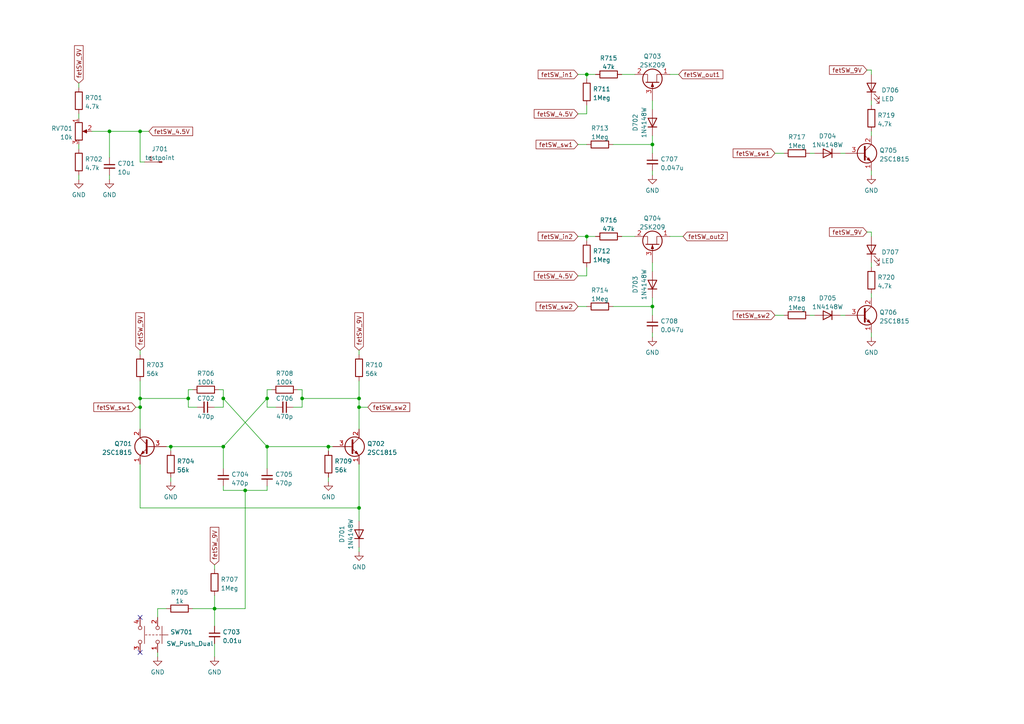
<source format=kicad_sch>
(kicad_sch (version 20211123) (generator eeschema)

  (uuid 5ccd73ab-9ab1-471d-91d9-a3893a4ed89e)

  (paper "A4")

  (lib_symbols
    (symbol "Connector:Conn_01x01_Male" (pin_names (offset 1.016) hide) (in_bom yes) (on_board yes)
      (property "Reference" "J" (id 0) (at 0 2.54 0)
        (effects (font (size 1.27 1.27)))
      )
      (property "Value" "Conn_01x01_Male" (id 1) (at 0 -2.54 0)
        (effects (font (size 1.27 1.27)))
      )
      (property "Footprint" "" (id 2) (at 0 0 0)
        (effects (font (size 1.27 1.27)) hide)
      )
      (property "Datasheet" "~" (id 3) (at 0 0 0)
        (effects (font (size 1.27 1.27)) hide)
      )
      (property "ki_keywords" "connector" (id 4) (at 0 0 0)
        (effects (font (size 1.27 1.27)) hide)
      )
      (property "ki_description" "Generic connector, single row, 01x01, script generated (kicad-library-utils/schlib/autogen/connector/)" (id 5) (at 0 0 0)
        (effects (font (size 1.27 1.27)) hide)
      )
      (property "ki_fp_filters" "Connector*:*" (id 6) (at 0 0 0)
        (effects (font (size 1.27 1.27)) hide)
      )
      (symbol "Conn_01x01_Male_1_1"
        (polyline
          (pts
            (xy 1.27 0)
            (xy 0.8636 0)
          )
          (stroke (width 0.1524) (type default) (color 0 0 0 0))
          (fill (type none))
        )
        (rectangle (start 0.8636 0.127) (end 0 -0.127)
          (stroke (width 0.1524) (type default) (color 0 0 0 0))
          (fill (type outline))
        )
        (pin passive line (at 5.08 0 180) (length 3.81)
          (name "Pin_1" (effects (font (size 1.27 1.27))))
          (number "1" (effects (font (size 1.27 1.27))))
        )
      )
    )
    (symbol "Device:C_Small" (pin_numbers hide) (pin_names (offset 0.254) hide) (in_bom yes) (on_board yes)
      (property "Reference" "C" (id 0) (at 0.254 1.778 0)
        (effects (font (size 1.27 1.27)) (justify left))
      )
      (property "Value" "C_Small" (id 1) (at 0.254 -2.032 0)
        (effects (font (size 1.27 1.27)) (justify left))
      )
      (property "Footprint" "" (id 2) (at 0 0 0)
        (effects (font (size 1.27 1.27)) hide)
      )
      (property "Datasheet" "~" (id 3) (at 0 0 0)
        (effects (font (size 1.27 1.27)) hide)
      )
      (property "ki_keywords" "capacitor cap" (id 4) (at 0 0 0)
        (effects (font (size 1.27 1.27)) hide)
      )
      (property "ki_description" "Unpolarized capacitor, small symbol" (id 5) (at 0 0 0)
        (effects (font (size 1.27 1.27)) hide)
      )
      (property "ki_fp_filters" "C_*" (id 6) (at 0 0 0)
        (effects (font (size 1.27 1.27)) hide)
      )
      (symbol "C_Small_0_1"
        (polyline
          (pts
            (xy -1.524 -0.508)
            (xy 1.524 -0.508)
          )
          (stroke (width 0.3302) (type default) (color 0 0 0 0))
          (fill (type none))
        )
        (polyline
          (pts
            (xy -1.524 0.508)
            (xy 1.524 0.508)
          )
          (stroke (width 0.3048) (type default) (color 0 0 0 0))
          (fill (type none))
        )
      )
      (symbol "C_Small_1_1"
        (pin passive line (at 0 2.54 270) (length 2.032)
          (name "~" (effects (font (size 1.27 1.27))))
          (number "1" (effects (font (size 1.27 1.27))))
        )
        (pin passive line (at 0 -2.54 90) (length 2.032)
          (name "~" (effects (font (size 1.27 1.27))))
          (number "2" (effects (font (size 1.27 1.27))))
        )
      )
    )
    (symbol "Device:LED" (pin_numbers hide) (pin_names (offset 1.016) hide) (in_bom yes) (on_board yes)
      (property "Reference" "D" (id 0) (at 0 2.54 0)
        (effects (font (size 1.27 1.27)))
      )
      (property "Value" "LED" (id 1) (at 0 -2.54 0)
        (effects (font (size 1.27 1.27)))
      )
      (property "Footprint" "" (id 2) (at 0 0 0)
        (effects (font (size 1.27 1.27)) hide)
      )
      (property "Datasheet" "~" (id 3) (at 0 0 0)
        (effects (font (size 1.27 1.27)) hide)
      )
      (property "ki_keywords" "LED diode" (id 4) (at 0 0 0)
        (effects (font (size 1.27 1.27)) hide)
      )
      (property "ki_description" "Light emitting diode" (id 5) (at 0 0 0)
        (effects (font (size 1.27 1.27)) hide)
      )
      (property "ki_fp_filters" "LED* LED_SMD:* LED_THT:*" (id 6) (at 0 0 0)
        (effects (font (size 1.27 1.27)) hide)
      )
      (symbol "LED_0_1"
        (polyline
          (pts
            (xy -1.27 -1.27)
            (xy -1.27 1.27)
          )
          (stroke (width 0.254) (type default) (color 0 0 0 0))
          (fill (type none))
        )
        (polyline
          (pts
            (xy -1.27 0)
            (xy 1.27 0)
          )
          (stroke (width 0) (type default) (color 0 0 0 0))
          (fill (type none))
        )
        (polyline
          (pts
            (xy 1.27 -1.27)
            (xy 1.27 1.27)
            (xy -1.27 0)
            (xy 1.27 -1.27)
          )
          (stroke (width 0.254) (type default) (color 0 0 0 0))
          (fill (type none))
        )
        (polyline
          (pts
            (xy -3.048 -0.762)
            (xy -4.572 -2.286)
            (xy -3.81 -2.286)
            (xy -4.572 -2.286)
            (xy -4.572 -1.524)
          )
          (stroke (width 0) (type default) (color 0 0 0 0))
          (fill (type none))
        )
        (polyline
          (pts
            (xy -1.778 -0.762)
            (xy -3.302 -2.286)
            (xy -2.54 -2.286)
            (xy -3.302 -2.286)
            (xy -3.302 -1.524)
          )
          (stroke (width 0) (type default) (color 0 0 0 0))
          (fill (type none))
        )
      )
      (symbol "LED_1_1"
        (pin passive line (at -3.81 0 0) (length 2.54)
          (name "K" (effects (font (size 1.27 1.27))))
          (number "1" (effects (font (size 1.27 1.27))))
        )
        (pin passive line (at 3.81 0 180) (length 2.54)
          (name "A" (effects (font (size 1.27 1.27))))
          (number "2" (effects (font (size 1.27 1.27))))
        )
      )
    )
    (symbol "Device:Q_NJFET_SDG" (pin_names (offset 0) hide) (in_bom yes) (on_board yes)
      (property "Reference" "Q" (id 0) (at 5.08 1.27 0)
        (effects (font (size 1.27 1.27)) (justify left))
      )
      (property "Value" "Q_NJFET_SDG" (id 1) (at 5.08 -1.27 0)
        (effects (font (size 1.27 1.27)) (justify left))
      )
      (property "Footprint" "" (id 2) (at 5.08 2.54 0)
        (effects (font (size 1.27 1.27)) hide)
      )
      (property "Datasheet" "~" (id 3) (at 0 0 0)
        (effects (font (size 1.27 1.27)) hide)
      )
      (property "ki_keywords" "transistor NJFET N-JFET" (id 4) (at 0 0 0)
        (effects (font (size 1.27 1.27)) hide)
      )
      (property "ki_description" "N-JFET transistor, source/drain/gate" (id 5) (at 0 0 0)
        (effects (font (size 1.27 1.27)) hide)
      )
      (symbol "Q_NJFET_SDG_0_1"
        (polyline
          (pts
            (xy 0.254 1.905)
            (xy 0.254 -1.905)
            (xy 0.254 -1.905)
          )
          (stroke (width 0.254) (type default) (color 0 0 0 0))
          (fill (type none))
        )
        (polyline
          (pts
            (xy 2.54 -2.54)
            (xy 2.54 -1.27)
            (xy 0.254 -1.27)
          )
          (stroke (width 0) (type default) (color 0 0 0 0))
          (fill (type none))
        )
        (polyline
          (pts
            (xy 2.54 2.54)
            (xy 2.54 1.397)
            (xy 0.254 1.397)
          )
          (stroke (width 0) (type default) (color 0 0 0 0))
          (fill (type none))
        )
        (polyline
          (pts
            (xy 0 0)
            (xy -1.016 0.381)
            (xy -1.016 -0.381)
            (xy 0 0)
          )
          (stroke (width 0) (type default) (color 0 0 0 0))
          (fill (type outline))
        )
        (circle (center 1.27 0) (radius 2.8194)
          (stroke (width 0.254) (type default) (color 0 0 0 0))
          (fill (type none))
        )
      )
      (symbol "Q_NJFET_SDG_1_1"
        (pin passive line (at 2.54 -5.08 90) (length 2.54)
          (name "S" (effects (font (size 1.27 1.27))))
          (number "1" (effects (font (size 1.27 1.27))))
        )
        (pin passive line (at 2.54 5.08 270) (length 2.54)
          (name "D" (effects (font (size 1.27 1.27))))
          (number "2" (effects (font (size 1.27 1.27))))
        )
        (pin input line (at -5.08 0 0) (length 5.334)
          (name "G" (effects (font (size 1.27 1.27))))
          (number "3" (effects (font (size 1.27 1.27))))
        )
      )
    )
    (symbol "Device:R" (pin_numbers hide) (pin_names (offset 0)) (in_bom yes) (on_board yes)
      (property "Reference" "R" (id 0) (at 2.032 0 90)
        (effects (font (size 1.27 1.27)))
      )
      (property "Value" "R" (id 1) (at 0 0 90)
        (effects (font (size 1.27 1.27)))
      )
      (property "Footprint" "" (id 2) (at -1.778 0 90)
        (effects (font (size 1.27 1.27)) hide)
      )
      (property "Datasheet" "~" (id 3) (at 0 0 0)
        (effects (font (size 1.27 1.27)) hide)
      )
      (property "ki_keywords" "R res resistor" (id 4) (at 0 0 0)
        (effects (font (size 1.27 1.27)) hide)
      )
      (property "ki_description" "Resistor" (id 5) (at 0 0 0)
        (effects (font (size 1.27 1.27)) hide)
      )
      (property "ki_fp_filters" "R_*" (id 6) (at 0 0 0)
        (effects (font (size 1.27 1.27)) hide)
      )
      (symbol "R_0_1"
        (rectangle (start -1.016 -2.54) (end 1.016 2.54)
          (stroke (width 0.254) (type default) (color 0 0 0 0))
          (fill (type none))
        )
      )
      (symbol "R_1_1"
        (pin passive line (at 0 3.81 270) (length 1.27)
          (name "~" (effects (font (size 1.27 1.27))))
          (number "1" (effects (font (size 1.27 1.27))))
        )
        (pin passive line (at 0 -3.81 90) (length 1.27)
          (name "~" (effects (font (size 1.27 1.27))))
          (number "2" (effects (font (size 1.27 1.27))))
        )
      )
    )
    (symbol "Device:R_Potentiometer" (pin_names (offset 1.016) hide) (in_bom yes) (on_board yes)
      (property "Reference" "RV" (id 0) (at -4.445 0 90)
        (effects (font (size 1.27 1.27)))
      )
      (property "Value" "R_Potentiometer" (id 1) (at -2.54 0 90)
        (effects (font (size 1.27 1.27)))
      )
      (property "Footprint" "" (id 2) (at 0 0 0)
        (effects (font (size 1.27 1.27)) hide)
      )
      (property "Datasheet" "~" (id 3) (at 0 0 0)
        (effects (font (size 1.27 1.27)) hide)
      )
      (property "ki_keywords" "resistor variable" (id 4) (at 0 0 0)
        (effects (font (size 1.27 1.27)) hide)
      )
      (property "ki_description" "Potentiometer" (id 5) (at 0 0 0)
        (effects (font (size 1.27 1.27)) hide)
      )
      (property "ki_fp_filters" "Potentiometer*" (id 6) (at 0 0 0)
        (effects (font (size 1.27 1.27)) hide)
      )
      (symbol "R_Potentiometer_0_1"
        (polyline
          (pts
            (xy 2.54 0)
            (xy 1.524 0)
          )
          (stroke (width 0) (type default) (color 0 0 0 0))
          (fill (type none))
        )
        (polyline
          (pts
            (xy 1.143 0)
            (xy 2.286 0.508)
            (xy 2.286 -0.508)
            (xy 1.143 0)
          )
          (stroke (width 0) (type default) (color 0 0 0 0))
          (fill (type outline))
        )
        (rectangle (start 1.016 2.54) (end -1.016 -2.54)
          (stroke (width 0.254) (type default) (color 0 0 0 0))
          (fill (type none))
        )
      )
      (symbol "R_Potentiometer_1_1"
        (pin passive line (at 0 3.81 270) (length 1.27)
          (name "1" (effects (font (size 1.27 1.27))))
          (number "1" (effects (font (size 1.27 1.27))))
        )
        (pin passive line (at 3.81 0 180) (length 1.27)
          (name "2" (effects (font (size 1.27 1.27))))
          (number "2" (effects (font (size 1.27 1.27))))
        )
        (pin passive line (at 0 -3.81 90) (length 1.27)
          (name "3" (effects (font (size 1.27 1.27))))
          (number "3" (effects (font (size 1.27 1.27))))
        )
      )
    )
    (symbol "Diode:1N4148W" (pin_numbers hide) (pin_names (offset 1.016) hide) (in_bom yes) (on_board yes)
      (property "Reference" "D" (id 0) (at 0 2.54 0)
        (effects (font (size 1.27 1.27)))
      )
      (property "Value" "1N4148W" (id 1) (at 0 -2.54 0)
        (effects (font (size 1.27 1.27)))
      )
      (property "Footprint" "Diode_SMD:D_SOD-123" (id 2) (at 0 -4.445 0)
        (effects (font (size 1.27 1.27)) hide)
      )
      (property "Datasheet" "https://www.vishay.com/docs/85748/1n4148w.pdf" (id 3) (at 0 0 0)
        (effects (font (size 1.27 1.27)) hide)
      )
      (property "ki_keywords" "diode" (id 4) (at 0 0 0)
        (effects (font (size 1.27 1.27)) hide)
      )
      (property "ki_description" "75V 0.15A Fast Switching Diode, SOD-123" (id 5) (at 0 0 0)
        (effects (font (size 1.27 1.27)) hide)
      )
      (property "ki_fp_filters" "D*SOD?123*" (id 6) (at 0 0 0)
        (effects (font (size 1.27 1.27)) hide)
      )
      (symbol "1N4148W_0_1"
        (polyline
          (pts
            (xy -1.27 1.27)
            (xy -1.27 -1.27)
          )
          (stroke (width 0.254) (type default) (color 0 0 0 0))
          (fill (type none))
        )
        (polyline
          (pts
            (xy 1.27 0)
            (xy -1.27 0)
          )
          (stroke (width 0) (type default) (color 0 0 0 0))
          (fill (type none))
        )
        (polyline
          (pts
            (xy 1.27 1.27)
            (xy 1.27 -1.27)
            (xy -1.27 0)
            (xy 1.27 1.27)
          )
          (stroke (width 0.254) (type default) (color 0 0 0 0))
          (fill (type none))
        )
      )
      (symbol "1N4148W_1_1"
        (pin passive line (at -3.81 0 0) (length 2.54)
          (name "K" (effects (font (size 1.27 1.27))))
          (number "1" (effects (font (size 1.27 1.27))))
        )
        (pin passive line (at 3.81 0 180) (length 2.54)
          (name "A" (effects (font (size 1.27 1.27))))
          (number "2" (effects (font (size 1.27 1.27))))
        )
      )
    )
    (symbol "Switch:SW_Push_Dual" (pin_names (offset 1.016) hide) (in_bom yes) (on_board yes)
      (property "Reference" "SW" (id 0) (at 1.27 2.54 0)
        (effects (font (size 1.27 1.27)) (justify left))
      )
      (property "Value" "SW_Push_Dual" (id 1) (at 0 -6.858 0)
        (effects (font (size 1.27 1.27)))
      )
      (property "Footprint" "" (id 2) (at 0 5.08 0)
        (effects (font (size 1.27 1.27)) hide)
      )
      (property "Datasheet" "~" (id 3) (at 0 5.08 0)
        (effects (font (size 1.27 1.27)) hide)
      )
      (property "ki_keywords" "switch normally-open pushbutton push-button" (id 4) (at 0 0 0)
        (effects (font (size 1.27 1.27)) hide)
      )
      (property "ki_description" "Push button switch, generic, symbol, four pins" (id 5) (at 0 0 0)
        (effects (font (size 1.27 1.27)) hide)
      )
      (symbol "SW_Push_Dual_0_1"
        (circle (center -2.032 -5.08) (radius 0.508)
          (stroke (width 0) (type default) (color 0 0 0 0))
          (fill (type none))
        )
        (circle (center -2.032 0) (radius 0.508)
          (stroke (width 0) (type default) (color 0 0 0 0))
          (fill (type none))
        )
        (polyline
          (pts
            (xy 0 -3.048)
            (xy 0 -3.556)
          )
          (stroke (width 0) (type default) (color 0 0 0 0))
          (fill (type none))
        )
        (polyline
          (pts
            (xy 0 -2.032)
            (xy 0 -2.54)
          )
          (stroke (width 0) (type default) (color 0 0 0 0))
          (fill (type none))
        )
        (polyline
          (pts
            (xy 0 -1.524)
            (xy 0 -1.016)
          )
          (stroke (width 0) (type default) (color 0 0 0 0))
          (fill (type none))
        )
        (polyline
          (pts
            (xy 0 -0.508)
            (xy 0 0)
          )
          (stroke (width 0) (type default) (color 0 0 0 0))
          (fill (type none))
        )
        (polyline
          (pts
            (xy 0 0.508)
            (xy 0 1.016)
          )
          (stroke (width 0) (type default) (color 0 0 0 0))
          (fill (type none))
        )
        (polyline
          (pts
            (xy 0 1.27)
            (xy 0 3.048)
          )
          (stroke (width 0) (type default) (color 0 0 0 0))
          (fill (type none))
        )
        (polyline
          (pts
            (xy 2.54 -3.81)
            (xy -2.54 -3.81)
          )
          (stroke (width 0) (type default) (color 0 0 0 0))
          (fill (type none))
        )
        (polyline
          (pts
            (xy 2.54 1.27)
            (xy -2.54 1.27)
          )
          (stroke (width 0) (type default) (color 0 0 0 0))
          (fill (type none))
        )
        (circle (center 2.032 -5.08) (radius 0.508)
          (stroke (width 0) (type default) (color 0 0 0 0))
          (fill (type none))
        )
        (circle (center 2.032 0) (radius 0.508)
          (stroke (width 0) (type default) (color 0 0 0 0))
          (fill (type none))
        )
        (pin passive line (at -5.08 0 0) (length 2.54)
          (name "1" (effects (font (size 1.27 1.27))))
          (number "1" (effects (font (size 1.27 1.27))))
        )
        (pin passive line (at 5.08 0 180) (length 2.54)
          (name "2" (effects (font (size 1.27 1.27))))
          (number "2" (effects (font (size 1.27 1.27))))
        )
        (pin passive line (at -5.08 -5.08 0) (length 2.54)
          (name "3" (effects (font (size 1.27 1.27))))
          (number "3" (effects (font (size 1.27 1.27))))
        )
        (pin passive line (at 5.08 -5.08 180) (length 2.54)
          (name "4" (effects (font (size 1.27 1.27))))
          (number "4" (effects (font (size 1.27 1.27))))
        )
      )
    )
    (symbol "Transistor_BJT:2SC1815" (pin_names (offset 0) hide) (in_bom yes) (on_board yes)
      (property "Reference" "Q" (id 0) (at 5.08 1.905 0)
        (effects (font (size 1.27 1.27)) (justify left))
      )
      (property "Value" "2SC1815" (id 1) (at 5.08 0 0)
        (effects (font (size 1.27 1.27)) (justify left))
      )
      (property "Footprint" "Package_TO_SOT_THT:TO-92_Inline" (id 2) (at 5.08 -1.905 0)
        (effects (font (size 1.27 1.27) italic) (justify left) hide)
      )
      (property "Datasheet" "https://media.digikey.com/pdf/Data%20Sheets/Toshiba%20PDFs/2SC1815.pdf" (id 3) (at 0 0 0)
        (effects (font (size 1.27 1.27)) (justify left) hide)
      )
      (property "ki_keywords" "Low Noise Audio NPN Transistor" (id 4) (at 0 0 0)
        (effects (font (size 1.27 1.27)) hide)
      )
      (property "ki_description" "0.15A Ic, 50V Vce, Low Noise Audio NPN Transistor, TO-92" (id 5) (at 0 0 0)
        (effects (font (size 1.27 1.27)) hide)
      )
      (property "ki_fp_filters" "TO?92*" (id 6) (at 0 0 0)
        (effects (font (size 1.27 1.27)) hide)
      )
      (symbol "2SC1815_0_1"
        (polyline
          (pts
            (xy 0 0)
            (xy 0.508 0)
          )
          (stroke (width 0) (type default) (color 0 0 0 0))
          (fill (type none))
        )
        (polyline
          (pts
            (xy 0.635 0.635)
            (xy 2.54 2.54)
          )
          (stroke (width 0) (type default) (color 0 0 0 0))
          (fill (type none))
        )
        (polyline
          (pts
            (xy 0.635 -0.635)
            (xy 2.54 -2.54)
            (xy 2.54 -2.54)
          )
          (stroke (width 0) (type default) (color 0 0 0 0))
          (fill (type none))
        )
        (polyline
          (pts
            (xy 0.635 1.905)
            (xy 0.635 -1.905)
            (xy 0.635 -1.905)
          )
          (stroke (width 0.508) (type default) (color 0 0 0 0))
          (fill (type none))
        )
        (polyline
          (pts
            (xy 1.27 -1.778)
            (xy 1.778 -1.27)
            (xy 2.286 -2.286)
            (xy 1.27 -1.778)
            (xy 1.27 -1.778)
          )
          (stroke (width 0) (type default) (color 0 0 0 0))
          (fill (type outline))
        )
        (circle (center 1.27 0) (radius 2.8194)
          (stroke (width 0.254) (type default) (color 0 0 0 0))
          (fill (type none))
        )
      )
      (symbol "2SC1815_1_1"
        (pin passive line (at 2.54 -5.08 90) (length 2.54)
          (name "E" (effects (font (size 1.27 1.27))))
          (number "1" (effects (font (size 1.27 1.27))))
        )
        (pin passive line (at 2.54 5.08 270) (length 2.54)
          (name "C" (effects (font (size 1.27 1.27))))
          (number "2" (effects (font (size 1.27 1.27))))
        )
        (pin input line (at -5.08 0 0) (length 5.08)
          (name "B" (effects (font (size 1.27 1.27))))
          (number "3" (effects (font (size 1.27 1.27))))
        )
      )
    )
    (symbol "power:GND" (power) (pin_names (offset 0)) (in_bom yes) (on_board yes)
      (property "Reference" "#PWR" (id 0) (at 0 -6.35 0)
        (effects (font (size 1.27 1.27)) hide)
      )
      (property "Value" "GND" (id 1) (at 0 -3.81 0)
        (effects (font (size 1.27 1.27)))
      )
      (property "Footprint" "" (id 2) (at 0 0 0)
        (effects (font (size 1.27 1.27)) hide)
      )
      (property "Datasheet" "" (id 3) (at 0 0 0)
        (effects (font (size 1.27 1.27)) hide)
      )
      (property "ki_keywords" "power-flag" (id 4) (at 0 0 0)
        (effects (font (size 1.27 1.27)) hide)
      )
      (property "ki_description" "Power symbol creates a global label with name \"GND\" , ground" (id 5) (at 0 0 0)
        (effects (font (size 1.27 1.27)) hide)
      )
      (symbol "GND_0_1"
        (polyline
          (pts
            (xy 0 0)
            (xy 0 -1.27)
            (xy 1.27 -1.27)
            (xy 0 -2.54)
            (xy -1.27 -1.27)
            (xy 0 -1.27)
          )
          (stroke (width 0) (type default) (color 0 0 0 0))
          (fill (type none))
        )
      )
      (symbol "GND_1_1"
        (pin power_in line (at 0 0 270) (length 0) hide
          (name "GND" (effects (font (size 1.27 1.27))))
          (number "1" (effects (font (size 1.27 1.27))))
        )
      )
    )
  )

  (junction (at 170.18 68.58) (diameter 0) (color 0 0 0 0)
    (uuid 09239f44-eda8-4653-97a0-679e2a881603)
  )
  (junction (at 64.77 129.54) (diameter 0) (color 0 0 0 0)
    (uuid 155cf6a7-510f-4253-9913-813a876573c8)
  )
  (junction (at 77.47 129.54) (diameter 0) (color 0 0 0 0)
    (uuid 1829bc0a-45ad-47b0-b870-d31cf0cf86ba)
  )
  (junction (at 189.23 41.91) (diameter 0) (color 0 0 0 0)
    (uuid 1c932f2b-4a20-49dd-b680-4bb3c902715a)
  )
  (junction (at 189.23 88.9) (diameter 0) (color 0 0 0 0)
    (uuid 2795993a-f38e-40ce-b65e-9e68e228102c)
  )
  (junction (at 71.12 142.24) (diameter 0) (color 0 0 0 0)
    (uuid 2aad5c9e-babd-4030-be82-81ef797d3ae8)
  )
  (junction (at 87.63 115.57) (diameter 0) (color 0 0 0 0)
    (uuid 4182f8de-2477-4db7-a6bd-509a29309696)
  )
  (junction (at 62.23 176.53) (diameter 0) (color 0 0 0 0)
    (uuid 43acaa50-3763-4b6b-8fd7-5cc25287ba7d)
  )
  (junction (at 104.14 115.57) (diameter 0) (color 0 0 0 0)
    (uuid 48e4ebd6-7855-4809-b8f5-2f16871691a9)
  )
  (junction (at 40.64 115.57) (diameter 0) (color 0 0 0 0)
    (uuid 5c081af3-37cf-4b5c-8611-3aaa6b60e24d)
  )
  (junction (at 64.77 115.57) (diameter 0) (color 0 0 0 0)
    (uuid 606d1531-4276-4624-9878-8adaa759b1ad)
  )
  (junction (at 31.75 38.1) (diameter 0) (color 0 0 0 0)
    (uuid 606f678e-169d-4ace-917e-491648af4037)
  )
  (junction (at 54.61 115.57) (diameter 0) (color 0 0 0 0)
    (uuid 64790065-42d5-4342-ae17-06257ba5a959)
  )
  (junction (at 49.53 129.54) (diameter 0) (color 0 0 0 0)
    (uuid 6c3052c5-b5b0-4834-ba6c-fc8620b36eca)
  )
  (junction (at 104.14 147.32) (diameter 0) (color 0 0 0 0)
    (uuid 744e841b-9d7c-4029-ab38-7af9cbe63b6b)
  )
  (junction (at 104.14 118.11) (diameter 0) (color 0 0 0 0)
    (uuid 926dc636-1222-4842-8243-4bf9f2179ad4)
  )
  (junction (at 40.64 38.1) (diameter 0) (color 0 0 0 0)
    (uuid c3b070db-c3ca-40c3-b8a1-29fd34899a48)
  )
  (junction (at 95.25 129.54) (diameter 0) (color 0 0 0 0)
    (uuid c84b93df-ea8a-487c-97dd-2497c8d2cfd4)
  )
  (junction (at 170.18 21.59) (diameter 0) (color 0 0 0 0)
    (uuid d69bdc04-e08a-4be9-8ed3-1fd73df64fc8)
  )
  (junction (at 77.47 115.57) (diameter 0) (color 0 0 0 0)
    (uuid e3f271f9-7afc-4a7c-9418-e2284076b521)
  )
  (junction (at 40.64 118.11) (diameter 0) (color 0 0 0 0)
    (uuid ea753278-d171-4d9a-b8a1-c4a5237ae854)
  )

  (no_connect (at 40.64 179.07) (uuid 007e1fba-b2f9-420d-bda9-423508f4290a))
  (no_connect (at 40.64 189.23) (uuid 007e1fba-b2f9-420d-bda9-423508f4290b))

  (wire (pts (xy 189.23 50.8) (xy 189.23 49.53))
    (stroke (width 0) (type default) (color 0 0 0 0))
    (uuid 024012b4-91bf-4c83-8edb-012abe825607)
  )
  (wire (pts (xy 104.14 115.57) (xy 104.14 118.11))
    (stroke (width 0) (type default) (color 0 0 0 0))
    (uuid 035ab5b1-e3d4-46a2-9b72-ccce63a21993)
  )
  (wire (pts (xy 104.14 110.49) (xy 104.14 115.57))
    (stroke (width 0) (type default) (color 0 0 0 0))
    (uuid 051e369a-376f-4d6c-8ce2-2c460fb61039)
  )
  (wire (pts (xy 194.31 21.59) (xy 196.85 21.59))
    (stroke (width 0) (type default) (color 0 0 0 0))
    (uuid 0c6c2910-9472-4f9f-a867-1d33661a727f)
  )
  (wire (pts (xy 167.64 33.02) (xy 170.18 33.02))
    (stroke (width 0) (type default) (color 0 0 0 0))
    (uuid 0f4273ea-7bfb-4b1e-be6e-30c9f1c9476e)
  )
  (wire (pts (xy 189.23 76.2) (xy 189.23 78.74))
    (stroke (width 0) (type default) (color 0 0 0 0))
    (uuid 16210c4a-4a13-44ff-a391-5719b08e9cfe)
  )
  (wire (pts (xy 40.64 147.32) (xy 104.14 147.32))
    (stroke (width 0) (type default) (color 0 0 0 0))
    (uuid 1856f84f-d080-4e0e-aa54-ff267b28a29d)
  )
  (wire (pts (xy 167.64 21.59) (xy 170.18 21.59))
    (stroke (width 0) (type default) (color 0 0 0 0))
    (uuid 1acae9de-b454-4edf-957d-740f97e3ca1c)
  )
  (wire (pts (xy 64.77 142.24) (xy 71.12 142.24))
    (stroke (width 0) (type default) (color 0 0 0 0))
    (uuid 1d537e42-5b92-4026-b3a1-b92ded05197d)
  )
  (wire (pts (xy 189.23 97.79) (xy 189.23 96.52))
    (stroke (width 0) (type default) (color 0 0 0 0))
    (uuid 1d8274b8-4b3e-4ecf-ac19-68048c31b232)
  )
  (wire (pts (xy 62.23 163.83) (xy 62.23 165.1))
    (stroke (width 0) (type default) (color 0 0 0 0))
    (uuid 1dbe5eec-ec16-40fa-8c4a-a872a3380fe4)
  )
  (wire (pts (xy 64.77 129.54) (xy 64.77 135.89))
    (stroke (width 0) (type default) (color 0 0 0 0))
    (uuid 22547095-bd8f-4dfc-b278-2c801b6f7eea)
  )
  (wire (pts (xy 194.31 68.58) (xy 198.12 68.58))
    (stroke (width 0) (type default) (color 0 0 0 0))
    (uuid 2afa7e93-c746-427a-8434-478f84c68b1e)
  )
  (wire (pts (xy 252.73 50.8) (xy 252.73 49.53))
    (stroke (width 0) (type default) (color 0 0 0 0))
    (uuid 2bb7e1ed-5384-4fc5-a81f-b9cb3ff9fb2a)
  )
  (wire (pts (xy 22.86 33.02) (xy 22.86 34.29))
    (stroke (width 0) (type default) (color 0 0 0 0))
    (uuid 2c1eefab-a454-4df3-961a-6c4c3ced23fa)
  )
  (wire (pts (xy 64.77 118.11) (xy 64.77 115.57))
    (stroke (width 0) (type default) (color 0 0 0 0))
    (uuid 2dbe8290-c5c3-4db8-b4f0-aaae4682ba23)
  )
  (wire (pts (xy 49.53 130.81) (xy 49.53 129.54))
    (stroke (width 0) (type default) (color 0 0 0 0))
    (uuid 2e2c0d2e-0778-4c78-8711-06d217c3f8fd)
  )
  (wire (pts (xy 45.72 176.53) (xy 48.26 176.53))
    (stroke (width 0) (type default) (color 0 0 0 0))
    (uuid 2f09baa7-3551-4a6a-a0bc-73ab0493f6d4)
  )
  (wire (pts (xy 252.73 38.1) (xy 252.73 39.37))
    (stroke (width 0) (type default) (color 0 0 0 0))
    (uuid 2f65e31e-733a-448f-8f5c-de7ba7faf85a)
  )
  (wire (pts (xy 77.47 142.24) (xy 77.47 140.97))
    (stroke (width 0) (type default) (color 0 0 0 0))
    (uuid 2fc832ab-dd18-4664-b37f-c7c0a0ad083a)
  )
  (wire (pts (xy 234.95 91.44) (xy 236.22 91.44))
    (stroke (width 0) (type default) (color 0 0 0 0))
    (uuid 31eafdce-baed-4a09-8a41-71fe0ce7e4d4)
  )
  (wire (pts (xy 95.25 130.81) (xy 95.25 129.54))
    (stroke (width 0) (type default) (color 0 0 0 0))
    (uuid 322a4986-ccfa-4819-a892-791b8b3aac3c)
  )
  (wire (pts (xy 85.09 118.11) (xy 87.63 118.11))
    (stroke (width 0) (type default) (color 0 0 0 0))
    (uuid 3292093d-6d0f-459e-acdf-89f7bcbea434)
  )
  (wire (pts (xy 49.53 129.54) (xy 64.77 129.54))
    (stroke (width 0) (type default) (color 0 0 0 0))
    (uuid 3bae8f87-c52e-4d65-812b-7f8aacf19ff1)
  )
  (wire (pts (xy 170.18 21.59) (xy 172.72 21.59))
    (stroke (width 0) (type default) (color 0 0 0 0))
    (uuid 3cb9e178-d215-474d-8823-858241de6e4b)
  )
  (wire (pts (xy 40.64 115.57) (xy 40.64 118.11))
    (stroke (width 0) (type default) (color 0 0 0 0))
    (uuid 3f663468-0bb2-410c-9917-1723a21eae31)
  )
  (wire (pts (xy 77.47 115.57) (xy 77.47 113.03))
    (stroke (width 0) (type default) (color 0 0 0 0))
    (uuid 4004b670-e754-4feb-842f-4ba99bb5effd)
  )
  (wire (pts (xy 86.36 113.03) (xy 87.63 113.03))
    (stroke (width 0) (type default) (color 0 0 0 0))
    (uuid 4450da3b-08ca-4a53-a994-14f53552571f)
  )
  (wire (pts (xy 243.84 91.44) (xy 245.11 91.44))
    (stroke (width 0) (type default) (color 0 0 0 0))
    (uuid 45443068-4358-4369-8f8a-af308ce10d19)
  )
  (wire (pts (xy 224.79 91.44) (xy 227.33 91.44))
    (stroke (width 0) (type default) (color 0 0 0 0))
    (uuid 4734125a-1016-4f20-a0d5-1b7a16155f58)
  )
  (wire (pts (xy 80.01 118.11) (xy 77.47 118.11))
    (stroke (width 0) (type default) (color 0 0 0 0))
    (uuid 52272379-2308-4d95-97f2-f261f62a4424)
  )
  (wire (pts (xy 45.72 176.53) (xy 45.72 179.07))
    (stroke (width 0) (type default) (color 0 0 0 0))
    (uuid 52c08cb5-f4f5-40c5-9e14-2252f6d85930)
  )
  (wire (pts (xy 31.75 38.1) (xy 40.64 38.1))
    (stroke (width 0) (type default) (color 0 0 0 0))
    (uuid 54c903e3-8a55-422c-853b-e106c6224025)
  )
  (wire (pts (xy 22.86 41.91) (xy 22.86 43.18))
    (stroke (width 0) (type default) (color 0 0 0 0))
    (uuid 5542f725-994d-48ca-a9b3-57202f8d3f8a)
  )
  (wire (pts (xy 170.18 21.59) (xy 170.18 22.86))
    (stroke (width 0) (type default) (color 0 0 0 0))
    (uuid 558e487a-87a8-4eda-b77a-ee4e8059a3bc)
  )
  (wire (pts (xy 26.67 38.1) (xy 31.75 38.1))
    (stroke (width 0) (type default) (color 0 0 0 0))
    (uuid 56009e07-64d7-4750-999f-ab11b432155a)
  )
  (wire (pts (xy 170.18 30.48) (xy 170.18 33.02))
    (stroke (width 0) (type default) (color 0 0 0 0))
    (uuid 5ab4d7f9-221c-4d32-886b-76653a556d03)
  )
  (wire (pts (xy 180.34 68.58) (xy 184.15 68.58))
    (stroke (width 0) (type default) (color 0 0 0 0))
    (uuid 5b167ff5-a027-46a4-9c08-8942a29b35d8)
  )
  (wire (pts (xy 40.64 38.1) (xy 40.64 46.99))
    (stroke (width 0) (type default) (color 0 0 0 0))
    (uuid 5e56b8c3-df9f-4fac-82c5-d012d25a71f4)
  )
  (wire (pts (xy 87.63 118.11) (xy 87.63 115.57))
    (stroke (width 0) (type default) (color 0 0 0 0))
    (uuid 66848709-8a0e-480a-8f04-8ba24beaf243)
  )
  (wire (pts (xy 64.77 129.54) (xy 77.47 115.57))
    (stroke (width 0) (type default) (color 0 0 0 0))
    (uuid 6a364a82-e2be-403f-94fd-c16adec54305)
  )
  (wire (pts (xy 252.73 76.2) (xy 252.73 77.47))
    (stroke (width 0) (type default) (color 0 0 0 0))
    (uuid 6b4c235b-21c2-4fe0-8cb4-1f5a964e9b30)
  )
  (wire (pts (xy 167.64 68.58) (xy 170.18 68.58))
    (stroke (width 0) (type default) (color 0 0 0 0))
    (uuid 714f8bd2-ec55-4a69-a17f-f184b3a4ed8a)
  )
  (wire (pts (xy 54.61 113.03) (xy 55.88 113.03))
    (stroke (width 0) (type default) (color 0 0 0 0))
    (uuid 738b14de-11c6-46eb-bcbf-3ea7ca91b4fb)
  )
  (wire (pts (xy 87.63 115.57) (xy 87.63 113.03))
    (stroke (width 0) (type default) (color 0 0 0 0))
    (uuid 740efece-6b9b-4a44-858b-660cca9253ef)
  )
  (wire (pts (xy 40.64 115.57) (xy 54.61 115.57))
    (stroke (width 0) (type default) (color 0 0 0 0))
    (uuid 7c1bae59-1c0e-4598-ae9d-c882dc08be0c)
  )
  (wire (pts (xy 62.23 176.53) (xy 62.23 181.61))
    (stroke (width 0) (type default) (color 0 0 0 0))
    (uuid 7e30d756-015c-4c6c-a4df-65d7139687c7)
  )
  (wire (pts (xy 71.12 176.53) (xy 62.23 176.53))
    (stroke (width 0) (type default) (color 0 0 0 0))
    (uuid 81b1b796-295c-4f4b-87a1-1ef1cbd816a6)
  )
  (wire (pts (xy 87.63 115.57) (xy 104.14 115.57))
    (stroke (width 0) (type default) (color 0 0 0 0))
    (uuid 81fd8dfe-42fd-4633-9ddc-e229d162515b)
  )
  (wire (pts (xy 54.61 118.11) (xy 54.61 115.57))
    (stroke (width 0) (type default) (color 0 0 0 0))
    (uuid 83d18ed1-9e7d-47e2-ad16-20a116ec9091)
  )
  (wire (pts (xy 57.15 118.11) (xy 54.61 118.11))
    (stroke (width 0) (type default) (color 0 0 0 0))
    (uuid 84b2f73e-47f2-48d5-bec8-a5295202c9e7)
  )
  (wire (pts (xy 104.14 134.62) (xy 104.14 147.32))
    (stroke (width 0) (type default) (color 0 0 0 0))
    (uuid 8584a92d-7f37-4a58-b110-4cc43a116fa2)
  )
  (wire (pts (xy 77.47 113.03) (xy 78.74 113.03))
    (stroke (width 0) (type default) (color 0 0 0 0))
    (uuid 88125b24-2258-46e5-9264-1286db86f43b)
  )
  (wire (pts (xy 40.64 101.6) (xy 40.64 102.87))
    (stroke (width 0) (type default) (color 0 0 0 0))
    (uuid 8a4d3fc1-1c79-48a4-87fd-3f7823e37f6d)
  )
  (wire (pts (xy 170.18 77.47) (xy 170.18 80.01))
    (stroke (width 0) (type default) (color 0 0 0 0))
    (uuid 8a7e3ae5-b554-44d2-baed-18fa7dae41a2)
  )
  (wire (pts (xy 189.23 88.9) (xy 189.23 91.44))
    (stroke (width 0) (type default) (color 0 0 0 0))
    (uuid 8d438be4-00c4-44a5-b04b-ca5dfeac8366)
  )
  (wire (pts (xy 95.25 138.43) (xy 95.25 139.7))
    (stroke (width 0) (type default) (color 0 0 0 0))
    (uuid 92ae6dba-eee6-4adc-a82c-dbaafad7b877)
  )
  (wire (pts (xy 252.73 97.79) (xy 252.73 96.52))
    (stroke (width 0) (type default) (color 0 0 0 0))
    (uuid 96a9df1e-5aa0-4d53-9f2f-9564984ff84a)
  )
  (wire (pts (xy 189.23 41.91) (xy 177.8 41.91))
    (stroke (width 0) (type default) (color 0 0 0 0))
    (uuid 96aff31f-dee5-44e8-b6e7-401d908ece34)
  )
  (wire (pts (xy 177.8 88.9) (xy 189.23 88.9))
    (stroke (width 0) (type default) (color 0 0 0 0))
    (uuid 96bc6ec7-e6d3-4885-8ffe-76582c7f0e4c)
  )
  (wire (pts (xy 64.77 115.57) (xy 64.77 113.03))
    (stroke (width 0) (type default) (color 0 0 0 0))
    (uuid 97c479fc-655e-4665-88a5-3c075fa5df6d)
  )
  (wire (pts (xy 39.37 118.11) (xy 40.64 118.11))
    (stroke (width 0) (type default) (color 0 0 0 0))
    (uuid 97fb5dfe-de53-4b2f-acbb-8ddb4ffd5e34)
  )
  (wire (pts (xy 62.23 172.72) (xy 62.23 176.53))
    (stroke (width 0) (type default) (color 0 0 0 0))
    (uuid 98b0e824-d0ca-439f-9016-7de340673969)
  )
  (wire (pts (xy 104.14 118.11) (xy 106.68 118.11))
    (stroke (width 0) (type default) (color 0 0 0 0))
    (uuid 9e7dd3c9-a132-4d28-ae2b-0fcdd5a2e07c)
  )
  (wire (pts (xy 45.72 189.23) (xy 45.72 190.5))
    (stroke (width 0) (type default) (color 0 0 0 0))
    (uuid a0e4f05e-171d-47a6-a324-400a32631880)
  )
  (wire (pts (xy 189.23 29.21) (xy 189.23 31.75))
    (stroke (width 0) (type default) (color 0 0 0 0))
    (uuid a24cf594-0f65-4e05-ba1e-eb702fbeb670)
  )
  (wire (pts (xy 170.18 68.58) (xy 172.72 68.58))
    (stroke (width 0) (type default) (color 0 0 0 0))
    (uuid a7eaa482-fca3-4f86-a481-9682d1b674a3)
  )
  (wire (pts (xy 31.75 50.8) (xy 31.75 52.07))
    (stroke (width 0) (type default) (color 0 0 0 0))
    (uuid a9450657-da7b-4ffc-ab65-af363bf791fe)
  )
  (wire (pts (xy 251.46 20.32) (xy 252.73 20.32))
    (stroke (width 0) (type default) (color 0 0 0 0))
    (uuid a9a2cabe-4ee4-48e3-b28c-e92b78616372)
  )
  (wire (pts (xy 40.64 110.49) (xy 40.64 115.57))
    (stroke (width 0) (type default) (color 0 0 0 0))
    (uuid aaa8b017-95f3-4577-9172-f8a0e6dd6bc2)
  )
  (wire (pts (xy 40.64 118.11) (xy 40.64 124.46))
    (stroke (width 0) (type default) (color 0 0 0 0))
    (uuid abd6b6c2-e583-4a4c-b876-da78201d7e59)
  )
  (wire (pts (xy 252.73 85.09) (xy 252.73 86.36))
    (stroke (width 0) (type default) (color 0 0 0 0))
    (uuid ad593981-a488-4e94-b91e-d06212882ab4)
  )
  (wire (pts (xy 252.73 20.32) (xy 252.73 21.59))
    (stroke (width 0) (type default) (color 0 0 0 0))
    (uuid adc9fc8a-15f8-4d0c-93b0-88da7b88faf1)
  )
  (wire (pts (xy 236.22 44.45) (xy 234.95 44.45))
    (stroke (width 0) (type default) (color 0 0 0 0))
    (uuid af74d1ed-9858-43e1-a054-4cafd7d106c0)
  )
  (wire (pts (xy 31.75 38.1) (xy 31.75 45.72))
    (stroke (width 0) (type default) (color 0 0 0 0))
    (uuid b0f7fb45-1517-43d3-bb5e-c8415363ab0f)
  )
  (wire (pts (xy 167.64 80.01) (xy 170.18 80.01))
    (stroke (width 0) (type default) (color 0 0 0 0))
    (uuid b320b292-6bac-4715-80f1-298470fa0929)
  )
  (wire (pts (xy 170.18 41.91) (xy 167.64 41.91))
    (stroke (width 0) (type default) (color 0 0 0 0))
    (uuid b7ba7e71-d459-479b-9c53-759c2af7eca6)
  )
  (wire (pts (xy 95.25 129.54) (xy 96.52 129.54))
    (stroke (width 0) (type default) (color 0 0 0 0))
    (uuid ba5d9a17-24b1-4376-ba0a-a0c740bb11c5)
  )
  (wire (pts (xy 22.86 50.8) (xy 22.86 52.07))
    (stroke (width 0) (type default) (color 0 0 0 0))
    (uuid ba7f22ab-e0e7-4bec-9ee3-f9742e58fcf8)
  )
  (wire (pts (xy 170.18 68.58) (xy 170.18 69.85))
    (stroke (width 0) (type default) (color 0 0 0 0))
    (uuid bb6e8413-08a7-4632-b747-5bacb01df012)
  )
  (wire (pts (xy 252.73 29.21) (xy 252.73 30.48))
    (stroke (width 0) (type default) (color 0 0 0 0))
    (uuid bc466d90-c531-4b9a-8994-da1cd9712ba1)
  )
  (wire (pts (xy 77.47 129.54) (xy 95.25 129.54))
    (stroke (width 0) (type default) (color 0 0 0 0))
    (uuid bcaeab57-b1b8-414f-81df-f14331f3931e)
  )
  (wire (pts (xy 49.53 138.43) (xy 49.53 139.7))
    (stroke (width 0) (type default) (color 0 0 0 0))
    (uuid be860372-b9cb-49e6-b486-00d7441bc3ea)
  )
  (wire (pts (xy 252.73 67.31) (xy 252.73 68.58))
    (stroke (width 0) (type default) (color 0 0 0 0))
    (uuid be89227c-3354-404b-8b09-f253c33e3c91)
  )
  (wire (pts (xy 64.77 115.57) (xy 77.47 129.54))
    (stroke (width 0) (type default) (color 0 0 0 0))
    (uuid beea0b70-c26a-4dbe-909d-c82d1cd437b4)
  )
  (wire (pts (xy 40.64 38.1) (xy 43.18 38.1))
    (stroke (width 0) (type default) (color 0 0 0 0))
    (uuid c165b905-daa2-46cd-8b3b-1d21474b05b6)
  )
  (wire (pts (xy 77.47 129.54) (xy 77.47 135.89))
    (stroke (width 0) (type default) (color 0 0 0 0))
    (uuid c3a85765-f7a4-44df-a188-bf343406ddde)
  )
  (wire (pts (xy 227.33 44.45) (xy 224.79 44.45))
    (stroke (width 0) (type default) (color 0 0 0 0))
    (uuid c66cb2ad-2e1b-490c-8bf8-153feac53734)
  )
  (wire (pts (xy 104.14 147.32) (xy 104.14 151.13))
    (stroke (width 0) (type default) (color 0 0 0 0))
    (uuid c75c7bcf-a9e4-4255-a312-e0d8491fc92b)
  )
  (wire (pts (xy 54.61 115.57) (xy 54.61 113.03))
    (stroke (width 0) (type default) (color 0 0 0 0))
    (uuid c78ee275-b2f6-4fc1-92fd-20c00bbb9fae)
  )
  (wire (pts (xy 41.91 46.99) (xy 40.64 46.99))
    (stroke (width 0) (type default) (color 0 0 0 0))
    (uuid c855ab55-469b-40b2-a3dc-62ca7464d5c4)
  )
  (wire (pts (xy 180.34 21.59) (xy 184.15 21.59))
    (stroke (width 0) (type default) (color 0 0 0 0))
    (uuid c862e594-fa67-4476-a41a-e3cbf5e1d0f2)
  )
  (wire (pts (xy 104.14 118.11) (xy 104.14 124.46))
    (stroke (width 0) (type default) (color 0 0 0 0))
    (uuid cab40ba1-0eed-4483-aa58-a2ca1c30aee3)
  )
  (wire (pts (xy 71.12 142.24) (xy 77.47 142.24))
    (stroke (width 0) (type default) (color 0 0 0 0))
    (uuid cfd10ff7-543e-47f2-9d74-df861fa1faaf)
  )
  (wire (pts (xy 71.12 142.24) (xy 71.12 176.53))
    (stroke (width 0) (type default) (color 0 0 0 0))
    (uuid d6aee480-071e-458e-8263-14287de5ce41)
  )
  (wire (pts (xy 251.46 67.31) (xy 252.73 67.31))
    (stroke (width 0) (type default) (color 0 0 0 0))
    (uuid d847545f-58b9-4231-9aab-7ffaf15b57e6)
  )
  (wire (pts (xy 189.23 39.37) (xy 189.23 41.91))
    (stroke (width 0) (type default) (color 0 0 0 0))
    (uuid d92d5395-cbc5-4e4c-9f61-134f305d79d6)
  )
  (wire (pts (xy 63.5 113.03) (xy 64.77 113.03))
    (stroke (width 0) (type default) (color 0 0 0 0))
    (uuid da6c88fe-c691-4ead-9004-7e6f81745985)
  )
  (wire (pts (xy 104.14 101.6) (xy 104.14 102.87))
    (stroke (width 0) (type default) (color 0 0 0 0))
    (uuid dfa3781b-367a-4d96-bb85-7c1434419720)
  )
  (wire (pts (xy 62.23 186.69) (xy 62.23 190.5))
    (stroke (width 0) (type default) (color 0 0 0 0))
    (uuid e2086f5b-4991-448b-a3d5-46095a85671b)
  )
  (wire (pts (xy 64.77 140.97) (xy 64.77 142.24))
    (stroke (width 0) (type default) (color 0 0 0 0))
    (uuid e326b519-47ed-4559-8d3d-ee4418675c9c)
  )
  (wire (pts (xy 167.64 88.9) (xy 170.18 88.9))
    (stroke (width 0) (type default) (color 0 0 0 0))
    (uuid e35fe05d-0da2-442c-80f8-d1df77c1b5eb)
  )
  (wire (pts (xy 77.47 118.11) (xy 77.47 115.57))
    (stroke (width 0) (type default) (color 0 0 0 0))
    (uuid e5bce32b-86d7-4fc6-9f3e-28d224268b79)
  )
  (wire (pts (xy 22.86 24.13) (xy 22.86 25.4))
    (stroke (width 0) (type default) (color 0 0 0 0))
    (uuid e808236d-a98f-4e97-8303-45ccb8a4aba4)
  )
  (wire (pts (xy 104.14 158.75) (xy 104.14 160.02))
    (stroke (width 0) (type default) (color 0 0 0 0))
    (uuid ec062499-3a39-4fb3-90ff-1de239b5c8cb)
  )
  (wire (pts (xy 62.23 118.11) (xy 64.77 118.11))
    (stroke (width 0) (type default) (color 0 0 0 0))
    (uuid ee83a75f-9e19-46dd-8337-55cb90defdc7)
  )
  (wire (pts (xy 189.23 41.91) (xy 189.23 44.45))
    (stroke (width 0) (type default) (color 0 0 0 0))
    (uuid f06957a9-2176-4cad-b3a4-33e9b8c19454)
  )
  (wire (pts (xy 189.23 86.36) (xy 189.23 88.9))
    (stroke (width 0) (type default) (color 0 0 0 0))
    (uuid f424f7f7-b43c-472b-abfb-7bbbed21ceb3)
  )
  (wire (pts (xy 55.88 176.53) (xy 62.23 176.53))
    (stroke (width 0) (type default) (color 0 0 0 0))
    (uuid f84545ae-46d4-49f0-b67a-1af581f01ed3)
  )
  (wire (pts (xy 49.53 129.54) (xy 48.26 129.54))
    (stroke (width 0) (type default) (color 0 0 0 0))
    (uuid f868307d-7cfb-4033-9d62-507bdc57065b)
  )
  (wire (pts (xy 243.84 44.45) (xy 245.11 44.45))
    (stroke (width 0) (type default) (color 0 0 0 0))
    (uuid f9e58df5-9d34-400e-8f90-b43b5740d1a5)
  )
  (wire (pts (xy 40.64 134.62) (xy 40.64 147.32))
    (stroke (width 0) (type default) (color 0 0 0 0))
    (uuid ff0165ed-c4e1-4fed-aaf0-78fe3e94d6a2)
  )

  (global_label "fetSW_sw2" (shape input) (at 106.68 118.11 0) (fields_autoplaced)
    (effects (font (size 1.27 1.27)) (justify left))
    (uuid 05f18558-2016-488b-a033-64bcdc03919d)
    (property "Intersheet References" "${INTERSHEET_REFS}" (id 0) (at 118.8298 118.0306 0)
      (effects (font (size 1.27 1.27)) (justify left) hide)
    )
  )
  (global_label "fetSW_4.5V" (shape input) (at 43.18 38.1 0) (fields_autoplaced)
    (effects (font (size 1.27 1.27)) (justify left))
    (uuid 116b064d-03d1-4723-a421-828d61dc86a9)
    (property "Intersheet References" "${INTERSHEET_REFS}" (id 0) (at 55.8741 38.0206 0)
      (effects (font (size 1.27 1.27)) (justify left) hide)
    )
  )
  (global_label "fetSW_sw2" (shape input) (at 224.79 91.44 180) (fields_autoplaced)
    (effects (font (size 1.27 1.27)) (justify right))
    (uuid 17fc6cdf-014d-409f-b78f-b41a05c68e81)
    (property "Intersheet References" "${INTERSHEET_REFS}" (id 0) (at 212.6402 91.3606 0)
      (effects (font (size 1.27 1.27)) (justify right) hide)
    )
  )
  (global_label "fetSW_4.5V" (shape input) (at 167.64 33.02 180) (fields_autoplaced)
    (effects (font (size 1.27 1.27)) (justify right))
    (uuid 2ad13589-d6a6-40ec-a64a-c1fb0937c1c4)
    (property "Intersheet References" "${INTERSHEET_REFS}" (id 0) (at 154.9459 33.0994 0)
      (effects (font (size 1.27 1.27)) (justify right) hide)
    )
  )
  (global_label "fetSW_9V" (shape input) (at 40.64 101.6 90) (fields_autoplaced)
    (effects (font (size 1.27 1.27)) (justify left))
    (uuid 2c9e72b6-e5b8-41c1-bd56-56d01176c940)
    (property "Intersheet References" "${INTERSHEET_REFS}" (id 0) (at 40.5606 90.7202 90)
      (effects (font (size 1.27 1.27)) (justify left) hide)
    )
  )
  (global_label "fetSW_9V" (shape input) (at 251.46 20.32 180) (fields_autoplaced)
    (effects (font (size 1.27 1.27)) (justify right))
    (uuid 36fbd09a-610a-42f7-9166-b781d1e49295)
    (property "Intersheet References" "${INTERSHEET_REFS}" (id 0) (at 240.5802 20.3994 0)
      (effects (font (size 1.27 1.27)) (justify right) hide)
    )
  )
  (global_label "fetSW_sw1" (shape input) (at 224.79 44.45 180) (fields_autoplaced)
    (effects (font (size 1.27 1.27)) (justify right))
    (uuid 3d66f6ad-b301-4be1-b72d-6e52cbdd738c)
    (property "Intersheet References" "${INTERSHEET_REFS}" (id 0) (at 212.6402 44.5294 0)
      (effects (font (size 1.27 1.27)) (justify right) hide)
    )
  )
  (global_label "fetSW_9V" (shape input) (at 251.46 67.31 180) (fields_autoplaced)
    (effects (font (size 1.27 1.27)) (justify right))
    (uuid 45699967-244d-4ea3-9bb6-75a9cc8798f2)
    (property "Intersheet References" "${INTERSHEET_REFS}" (id 0) (at 240.5802 67.3894 0)
      (effects (font (size 1.27 1.27)) (justify right) hide)
    )
  )
  (global_label "fetSW_9V" (shape input) (at 104.14 101.6 90) (fields_autoplaced)
    (effects (font (size 1.27 1.27)) (justify left))
    (uuid 58265c00-e14d-478b-b9af-15de2938a4fc)
    (property "Intersheet References" "${INTERSHEET_REFS}" (id 0) (at 104.0606 90.7202 90)
      (effects (font (size 1.27 1.27)) (justify left) hide)
    )
  )
  (global_label "fetSW_sw2" (shape input) (at 167.64 88.9 180) (fields_autoplaced)
    (effects (font (size 1.27 1.27)) (justify right))
    (uuid 72e0f224-a700-48de-bc5c-29358f6dc555)
    (property "Intersheet References" "${INTERSHEET_REFS}" (id 0) (at 155.4902 88.8206 0)
      (effects (font (size 1.27 1.27)) (justify right) hide)
    )
  )
  (global_label "fetSW_sw1" (shape input) (at 167.64 41.91 180) (fields_autoplaced)
    (effects (font (size 1.27 1.27)) (justify right))
    (uuid 7be2c89b-4bea-4ccb-af0d-9f51f7709f53)
    (property "Intersheet References" "${INTERSHEET_REFS}" (id 0) (at 155.4902 41.9894 0)
      (effects (font (size 1.27 1.27)) (justify right) hide)
    )
  )
  (global_label "fetSW_9V" (shape input) (at 62.23 163.83 90) (fields_autoplaced)
    (effects (font (size 1.27 1.27)) (justify left))
    (uuid 95acb436-30cb-4931-ae2a-672e3f278815)
    (property "Intersheet References" "${INTERSHEET_REFS}" (id 0) (at 62.1506 152.9502 90)
      (effects (font (size 1.27 1.27)) (justify left) hide)
    )
  )
  (global_label "fetSW_4.5V" (shape input) (at 167.64 80.01 180) (fields_autoplaced)
    (effects (font (size 1.27 1.27)) (justify right))
    (uuid a5b0287b-f36d-4c81-abd5-a783fdd47e35)
    (property "Intersheet References" "${INTERSHEET_REFS}" (id 0) (at 154.9459 80.0894 0)
      (effects (font (size 1.27 1.27)) (justify right) hide)
    )
  )
  (global_label "fetSW_out1" (shape input) (at 196.85 21.59 0) (fields_autoplaced)
    (effects (font (size 1.27 1.27)) (justify left))
    (uuid abab4287-de77-4c74-bc98-d89fd38c0b9a)
    (property "Intersheet References" "${INTERSHEET_REFS}" (id 0) (at 209.665 21.5106 0)
      (effects (font (size 1.27 1.27)) (justify left) hide)
    )
  )
  (global_label "fetSW_9V" (shape input) (at 22.86 24.13 90) (fields_autoplaced)
    (effects (font (size 1.27 1.27)) (justify left))
    (uuid b82917c9-3e5b-4427-87b3-4aa4409d4ae1)
    (property "Intersheet References" "${INTERSHEET_REFS}" (id 0) (at 22.7806 13.2502 90)
      (effects (font (size 1.27 1.27)) (justify left) hide)
    )
  )
  (global_label "fetSW_in2" (shape input) (at 167.64 68.58 180) (fields_autoplaced)
    (effects (font (size 1.27 1.27)) (justify right))
    (uuid bb168fb4-2664-49f0-8827-7fc398043435)
    (property "Intersheet References" "${INTERSHEET_REFS}" (id 0) (at 156.095 68.5006 0)
      (effects (font (size 1.27 1.27)) (justify right) hide)
    )
  )
  (global_label "fetSW_sw1" (shape input) (at 39.37 118.11 180) (fields_autoplaced)
    (effects (font (size 1.27 1.27)) (justify right))
    (uuid c8a4a154-b94f-4709-b9c7-d56a6e935be5)
    (property "Intersheet References" "${INTERSHEET_REFS}" (id 0) (at 27.2202 118.0306 0)
      (effects (font (size 1.27 1.27)) (justify right) hide)
    )
  )
  (global_label "fetSW_out2" (shape input) (at 198.12 68.58 0) (fields_autoplaced)
    (effects (font (size 1.27 1.27)) (justify left))
    (uuid dc4d3bd8-c5fa-46c8-8720-d274143eba06)
    (property "Intersheet References" "${INTERSHEET_REFS}" (id 0) (at 210.935 68.5006 0)
      (effects (font (size 1.27 1.27)) (justify left) hide)
    )
  )
  (global_label "fetSW_in1" (shape input) (at 167.64 21.59 180) (fields_autoplaced)
    (effects (font (size 1.27 1.27)) (justify right))
    (uuid f931fa49-62b7-45ff-83ba-fcb712008957)
    (property "Intersheet References" "${INTERSHEET_REFS}" (id 0) (at 156.095 21.5106 0)
      (effects (font (size 1.27 1.27)) (justify right) hide)
    )
  )

  (symbol (lib_id "Device:C_Small") (at 77.47 138.43 0) (unit 1)
    (in_bom yes) (on_board yes) (fields_autoplaced)
    (uuid 0398bfb7-f1c7-4912-b79a-37e7fafe1e80)
    (property "Reference" "C705" (id 0) (at 79.7941 137.6016 0)
      (effects (font (size 1.27 1.27)) (justify left))
    )
    (property "Value" "470p" (id 1) (at 79.7941 140.1385 0)
      (effects (font (size 1.27 1.27)) (justify left))
    )
    (property "Footprint" "Capacitor_SMD:C_0603_1608Metric_Pad1.08x0.95mm_HandSolder" (id 2) (at 77.47 138.43 0)
      (effects (font (size 1.27 1.27)) hide)
    )
    (property "Datasheet" "~" (id 3) (at 77.47 138.43 0)
      (effects (font (size 1.27 1.27)) hide)
    )
    (pin "1" (uuid 33b3c628-ffcb-4437-aba6-9d36f4a6d835))
    (pin "2" (uuid 61db3ce0-82ef-4ee2-ae32-9b5f5b18b530))
  )

  (symbol (lib_id "power:GND") (at 104.14 160.02 0) (unit 1)
    (in_bom yes) (on_board yes) (fields_autoplaced)
    (uuid 074cbaa3-405a-4b51-843a-0ddb16ba2ac1)
    (property "Reference" "#PWR0707" (id 0) (at 104.14 166.37 0)
      (effects (font (size 1.27 1.27)) hide)
    )
    (property "Value" "GND" (id 1) (at 104.14 164.4634 0))
    (property "Footprint" "" (id 2) (at 104.14 160.02 0)
      (effects (font (size 1.27 1.27)) hide)
    )
    (property "Datasheet" "" (id 3) (at 104.14 160.02 0)
      (effects (font (size 1.27 1.27)) hide)
    )
    (pin "1" (uuid 0469a414-1bcb-464e-a45e-0bad918b7c77))
  )

  (symbol (lib_id "power:GND") (at 62.23 190.5 0) (unit 1)
    (in_bom yes) (on_board yes) (fields_autoplaced)
    (uuid 078bccdd-9f64-4d70-a1d9-34b7263b7b10)
    (property "Reference" "#PWR0705" (id 0) (at 62.23 196.85 0)
      (effects (font (size 1.27 1.27)) hide)
    )
    (property "Value" "GND" (id 1) (at 62.23 194.9434 0))
    (property "Footprint" "" (id 2) (at 62.23 190.5 0)
      (effects (font (size 1.27 1.27)) hide)
    )
    (property "Datasheet" "" (id 3) (at 62.23 190.5 0)
      (effects (font (size 1.27 1.27)) hide)
    )
    (pin "1" (uuid a2ffed82-b3ed-4929-9c48-35fcf19d63d6))
  )

  (symbol (lib_id "power:GND") (at 22.86 52.07 0) (unit 1)
    (in_bom yes) (on_board yes) (fields_autoplaced)
    (uuid 0931ca2b-2604-49a8-96c7-be33325b611c)
    (property "Reference" "#PWR0701" (id 0) (at 22.86 58.42 0)
      (effects (font (size 1.27 1.27)) hide)
    )
    (property "Value" "GND" (id 1) (at 22.86 56.5134 0))
    (property "Footprint" "" (id 2) (at 22.86 52.07 0)
      (effects (font (size 1.27 1.27)) hide)
    )
    (property "Datasheet" "" (id 3) (at 22.86 52.07 0)
      (effects (font (size 1.27 1.27)) hide)
    )
    (pin "1" (uuid 3e2b652e-7453-42d0-b345-9d76ecda77f9))
  )

  (symbol (lib_id "Device:Q_NJFET_SDG") (at 189.23 24.13 90) (unit 1)
    (in_bom yes) (on_board yes) (fields_autoplaced)
    (uuid 117798d8-1d6c-42c9-aa61-42754f1f3493)
    (property "Reference" "Q703" (id 0) (at 189.23 16.3408 90))
    (property "Value" "2SK209" (id 1) (at 189.23 18.8777 90))
    (property "Footprint" "Package_TO_SOT_SMD:SC-59_Handsoldering" (id 2) (at 186.69 19.05 0)
      (effects (font (size 1.27 1.27)) hide)
    )
    (property "Datasheet" "https://jlcpcb.com/partdetail/Toshiba-2SK209_Y_TE85L_F/C2880444" (id 3) (at 189.23 24.13 0)
      (effects (font (size 1.27 1.27)) hide)
    )
    (pin "1" (uuid aa8be30e-9076-4e0a-96b2-3cb9ac71cef4))
    (pin "2" (uuid d4c5737f-4d55-4e96-86b7-bd98e84e30ce))
    (pin "3" (uuid 1d15bc9b-2bdb-42e2-919a-c53821cfdb15))
  )

  (symbol (lib_id "power:GND") (at 31.75 52.07 0) (unit 1)
    (in_bom yes) (on_board yes) (fields_autoplaced)
    (uuid 181a44af-4963-4a75-a51b-792e34b87e5d)
    (property "Reference" "#PWR0702" (id 0) (at 31.75 58.42 0)
      (effects (font (size 1.27 1.27)) hide)
    )
    (property "Value" "GND" (id 1) (at 31.75 56.5134 0))
    (property "Footprint" "" (id 2) (at 31.75 52.07 0)
      (effects (font (size 1.27 1.27)) hide)
    )
    (property "Datasheet" "" (id 3) (at 31.75 52.07 0)
      (effects (font (size 1.27 1.27)) hide)
    )
    (pin "1" (uuid 87e7dd6a-e270-4f61-b3de-d9862b4cee5f))
  )

  (symbol (lib_id "Connector:Conn_01x01_Male") (at 46.99 46.99 180) (unit 1)
    (in_bom yes) (on_board yes) (fields_autoplaced)
    (uuid 1f84b864-8c48-4dc0-8623-f0b7749fa7b8)
    (property "Reference" "J701" (id 0) (at 46.355 43.214 0))
    (property "Value" "testpoint" (id 1) (at 46.355 45.7509 0))
    (property "Footprint" "TestPoint:TestPoint_Loop_D1.80mm_Drill1.0mm_Beaded" (id 2) (at 46.99 46.99 0)
      (effects (font (size 1.27 1.27)) hide)
    )
    (property "Datasheet" "~" (id 3) (at 46.99 46.99 0)
      (effects (font (size 1.27 1.27)) hide)
    )
    (pin "1" (uuid 65f77152-b08b-4336-a50f-746fa41c0b90))
  )

  (symbol (lib_id "Device:R") (at 49.53 134.62 0) (unit 1)
    (in_bom yes) (on_board yes) (fields_autoplaced)
    (uuid 2be38853-9970-4bba-a0a7-bd2f974a9bc8)
    (property "Reference" "R704" (id 0) (at 51.308 133.7853 0)
      (effects (font (size 1.27 1.27)) (justify left))
    )
    (property "Value" "56k" (id 1) (at 51.308 136.3222 0)
      (effects (font (size 1.27 1.27)) (justify left))
    )
    (property "Footprint" "Resistor_SMD:R_0603_1608Metric_Pad0.98x0.95mm_HandSolder" (id 2) (at 47.752 134.62 90)
      (effects (font (size 1.27 1.27)) hide)
    )
    (property "Datasheet" "~" (id 3) (at 49.53 134.62 0)
      (effects (font (size 1.27 1.27)) hide)
    )
    (pin "1" (uuid 7230aa2f-5d7d-429d-889d-53f460f0f6d9))
    (pin "2" (uuid 21d38bb9-59b0-40e6-a285-069c77364d24))
  )

  (symbol (lib_id "Device:R") (at 176.53 68.58 90) (unit 1)
    (in_bom yes) (on_board yes) (fields_autoplaced)
    (uuid 2ca49d55-3d3e-414b-8671-8171975fdc20)
    (property "Reference" "R716" (id 0) (at 176.53 63.8642 90))
    (property "Value" "47k" (id 1) (at 176.53 66.4011 90))
    (property "Footprint" "Resistor_SMD:R_0603_1608Metric_Pad0.98x0.95mm_HandSolder" (id 2) (at 176.53 70.358 90)
      (effects (font (size 1.27 1.27)) hide)
    )
    (property "Datasheet" "~" (id 3) (at 176.53 68.58 0)
      (effects (font (size 1.27 1.27)) hide)
    )
    (pin "1" (uuid 2d996f8c-05a1-432a-83f5-e1ef47efc391))
    (pin "2" (uuid f3fce6d6-19b4-438d-859a-71b8fd429800))
  )

  (symbol (lib_id "Device:R_Potentiometer") (at 22.86 38.1 0) (unit 1)
    (in_bom yes) (on_board yes) (fields_autoplaced)
    (uuid 2e5483d1-d897-4230-b7f0-6160bad6c708)
    (property "Reference" "RV701" (id 0) (at 21.0821 37.2653 0)
      (effects (font (size 1.27 1.27)) (justify right))
    )
    (property "Value" "10k" (id 1) (at 21.0821 39.8022 0)
      (effects (font (size 1.27 1.27)) (justify right))
    )
    (property "Footprint" "Potentiometer_THT:Potentiometer_Bourns_3296W_Vertical" (id 2) (at 22.86 38.1 0)
      (effects (font (size 1.27 1.27)) hide)
    )
    (property "Datasheet" "https://www.lcsc.com/product-detail/Variable-Resistors-Potentiometers_BOURNS-3296W-1-202LF_C83684.html" (id 3) (at 22.86 38.1 0)
      (effects (font (size 1.27 1.27)) hide)
    )
    (pin "1" (uuid e8781013-ff5b-44b3-b593-95aa31cf56e1))
    (pin "2" (uuid 2c3e9a7a-eb41-4e35-96e5-296998322f63))
    (pin "3" (uuid 976cef55-7ebb-40cf-8dba-05b8d6d26bfa))
  )

  (symbol (lib_id "Transistor_BJT:2SC1815") (at 43.18 129.54 0) (mirror y) (unit 1)
    (in_bom yes) (on_board yes) (fields_autoplaced)
    (uuid 2feb3880-c979-45d7-9866-86ac499b1f6a)
    (property "Reference" "Q701" (id 0) (at 38.3287 128.7053 0)
      (effects (font (size 1.27 1.27)) (justify left))
    )
    (property "Value" "2SC1815" (id 1) (at 38.3287 131.2422 0)
      (effects (font (size 1.27 1.27)) (justify left))
    )
    (property "Footprint" "Package_TO_SOT_SMD:SOT-23" (id 2) (at 38.1 131.445 0)
      (effects (font (size 1.27 1.27) italic) (justify left) hide)
    )
    (property "Datasheet" "https://media.digikey.com/pdf/Data%20Sheets/Toshiba%20PDFs/2SC1815.pdf" (id 3) (at 43.18 129.54 0)
      (effects (font (size 1.27 1.27)) (justify left) hide)
    )
    (pin "1" (uuid 3fccabe3-c8fa-481e-bec6-cc9778f403ac))
    (pin "2" (uuid 9c373c26-6b03-41f2-8e30-b2089d10fed3))
    (pin "3" (uuid 323a30ef-811b-4496-870a-a1dc6a41f9bb))
  )

  (symbol (lib_id "Device:C_Small") (at 31.75 48.26 0) (unit 1)
    (in_bom yes) (on_board yes) (fields_autoplaced)
    (uuid 32a893d0-b6a6-4f40-b424-183df1cde0ef)
    (property "Reference" "C701" (id 0) (at 34.0741 47.4316 0)
      (effects (font (size 1.27 1.27)) (justify left))
    )
    (property "Value" "10u" (id 1) (at 34.0741 49.9685 0)
      (effects (font (size 1.27 1.27)) (justify left))
    )
    (property "Footprint" "Capacitor_THT:CP_Radial_D6.3mm_P2.50mm" (id 2) (at 31.75 48.26 0)
      (effects (font (size 1.27 1.27)) hide)
    )
    (property "Datasheet" "~" (id 3) (at 31.75 48.26 0)
      (effects (font (size 1.27 1.27)) hide)
    )
    (pin "1" (uuid 4ab8f909-6a1f-476d-8777-32acbd6be934))
    (pin "2" (uuid 031f9319-a686-4423-8cec-8de620a23558))
  )

  (symbol (lib_id "power:GND") (at 95.25 139.7 0) (unit 1)
    (in_bom yes) (on_board yes) (fields_autoplaced)
    (uuid 34dbaaeb-d07d-4d44-8c8d-3fab678305de)
    (property "Reference" "#PWR0706" (id 0) (at 95.25 146.05 0)
      (effects (font (size 1.27 1.27)) hide)
    )
    (property "Value" "GND" (id 1) (at 95.25 144.1434 0))
    (property "Footprint" "" (id 2) (at 95.25 139.7 0)
      (effects (font (size 1.27 1.27)) hide)
    )
    (property "Datasheet" "" (id 3) (at 95.25 139.7 0)
      (effects (font (size 1.27 1.27)) hide)
    )
    (pin "1" (uuid ca9696ed-3144-4e6e-8720-3f15cc69281a))
  )

  (symbol (lib_id "Device:Q_NJFET_SDG") (at 189.23 71.12 90) (unit 1)
    (in_bom yes) (on_board yes) (fields_autoplaced)
    (uuid 377ee45a-ed5b-4e3d-8742-1ff8c356c0a1)
    (property "Reference" "Q704" (id 0) (at 189.23 63.3308 90))
    (property "Value" "2SK209" (id 1) (at 189.23 65.8677 90))
    (property "Footprint" "Package_TO_SOT_SMD:SC-59_Handsoldering" (id 2) (at 186.69 66.04 0)
      (effects (font (size 1.27 1.27)) hide)
    )
    (property "Datasheet" "https://jlcpcb.com/partdetail/Toshiba-2SK209_Y_TE85L_F/C2880444" (id 3) (at 189.23 71.12 0)
      (effects (font (size 1.27 1.27)) hide)
    )
    (pin "1" (uuid 63e79636-7815-4a18-a0a7-f3361fa5c28f))
    (pin "2" (uuid b92f7657-1d5f-4698-9dfc-ecd7e5c79cdf))
    (pin "3" (uuid e0949f30-634c-4180-b90e-09b4d0bf85c7))
  )

  (symbol (lib_id "Device:R") (at 170.18 26.67 180) (unit 1)
    (in_bom yes) (on_board yes) (fields_autoplaced)
    (uuid 39d7ae85-e94b-4a78-bf4e-da340ca71adf)
    (property "Reference" "R711" (id 0) (at 171.958 25.8353 0)
      (effects (font (size 1.27 1.27)) (justify right))
    )
    (property "Value" "1Meg" (id 1) (at 171.958 28.3722 0)
      (effects (font (size 1.27 1.27)) (justify right))
    )
    (property "Footprint" "Resistor_SMD:R_0603_1608Metric_Pad0.98x0.95mm_HandSolder" (id 2) (at 171.958 26.67 90)
      (effects (font (size 1.27 1.27)) hide)
    )
    (property "Datasheet" "~" (id 3) (at 170.18 26.67 0)
      (effects (font (size 1.27 1.27)) hide)
    )
    (pin "1" (uuid c2de7995-d206-4992-b321-c6653dbd7cfe))
    (pin "2" (uuid 6476d0af-1d76-4449-b306-45787c771bf8))
  )

  (symbol (lib_id "Device:R") (at 59.69 113.03 90) (unit 1)
    (in_bom yes) (on_board yes) (fields_autoplaced)
    (uuid 39fa3b5a-56bc-45b8-87ca-24e70cda10ee)
    (property "Reference" "R706" (id 0) (at 59.69 108.3142 90))
    (property "Value" "100k" (id 1) (at 59.69 110.8511 90))
    (property "Footprint" "Resistor_SMD:R_0603_1608Metric_Pad0.98x0.95mm_HandSolder" (id 2) (at 59.69 114.808 90)
      (effects (font (size 1.27 1.27)) hide)
    )
    (property "Datasheet" "~" (id 3) (at 59.69 113.03 0)
      (effects (font (size 1.27 1.27)) hide)
    )
    (pin "1" (uuid 05e67595-de08-473b-94de-a9df8a486ee2))
    (pin "2" (uuid 32dabd5b-4261-4bb1-83b2-168aacef26ec))
  )

  (symbol (lib_id "Diode:1N4148W") (at 104.14 154.94 90) (unit 1)
    (in_bom yes) (on_board yes) (fields_autoplaced)
    (uuid 477fdcda-7fad-4af9-933f-d878d9f3a488)
    (property "Reference" "D701" (id 0) (at 99.1702 154.94 0))
    (property "Value" "1N4148W" (id 1) (at 101.7071 154.94 0))
    (property "Footprint" "Diode_SMD:D_SOD-123" (id 2) (at 108.585 154.94 0)
      (effects (font (size 1.27 1.27)) hide)
    )
    (property "Datasheet" "https://www.vishay.com/docs/85748/1n4148w.pdf" (id 3) (at 104.14 154.94 0)
      (effects (font (size 1.27 1.27)) hide)
    )
    (pin "1" (uuid af01d818-ee6a-4237-bdcd-24c4449bda59))
    (pin "2" (uuid e51a841a-016b-46a6-92c5-64c5391b3a2f))
  )

  (symbol (lib_id "Device:LED") (at 252.73 25.4 90) (unit 1)
    (in_bom yes) (on_board yes) (fields_autoplaced)
    (uuid 478c5900-e42b-461c-948b-bcbcda86348e)
    (property "Reference" "D706" (id 0) (at 255.651 26.1528 90)
      (effects (font (size 1.27 1.27)) (justify right))
    )
    (property "Value" "LED" (id 1) (at 255.651 28.6897 90)
      (effects (font (size 1.27 1.27)) (justify right))
    )
    (property "Footprint" "LED_THT:LED_D3.0mm" (id 2) (at 252.73 25.4 0)
      (effects (font (size 1.27 1.27)) hide)
    )
    (property "Datasheet" "~" (id 3) (at 252.73 25.4 0)
      (effects (font (size 1.27 1.27)) hide)
    )
    (pin "1" (uuid 25b8e213-138e-4314-ac2e-43865614d044))
    (pin "2" (uuid b4661405-3a8b-48d5-b5e7-81b45ed96ec5))
  )

  (symbol (lib_id "Device:R") (at 176.53 21.59 90) (unit 1)
    (in_bom yes) (on_board yes) (fields_autoplaced)
    (uuid 49424de4-0ada-46e5-8fad-ee73b827ddbf)
    (property "Reference" "R715" (id 0) (at 176.53 16.8742 90))
    (property "Value" "47k" (id 1) (at 176.53 19.4111 90))
    (property "Footprint" "Resistor_SMD:R_0603_1608Metric_Pad0.98x0.95mm_HandSolder" (id 2) (at 176.53 23.368 90)
      (effects (font (size 1.27 1.27)) hide)
    )
    (property "Datasheet" "~" (id 3) (at 176.53 21.59 0)
      (effects (font (size 1.27 1.27)) hide)
    )
    (pin "1" (uuid d5d7e73c-ef7f-40f8-b614-fdcfd0ba62fa))
    (pin "2" (uuid cd9dc67e-c6c2-4f9b-adcd-8ab953fdad50))
  )

  (symbol (lib_id "Device:R") (at 40.64 106.68 0) (unit 1)
    (in_bom yes) (on_board yes) (fields_autoplaced)
    (uuid 4f876fe6-7f04-4926-8b38-f6a89717311a)
    (property "Reference" "R703" (id 0) (at 42.418 105.8453 0)
      (effects (font (size 1.27 1.27)) (justify left))
    )
    (property "Value" "56k" (id 1) (at 42.418 108.3822 0)
      (effects (font (size 1.27 1.27)) (justify left))
    )
    (property "Footprint" "Resistor_SMD:R_0603_1608Metric_Pad0.98x0.95mm_HandSolder" (id 2) (at 38.862 106.68 90)
      (effects (font (size 1.27 1.27)) hide)
    )
    (property "Datasheet" "~" (id 3) (at 40.64 106.68 0)
      (effects (font (size 1.27 1.27)) hide)
    )
    (pin "1" (uuid 71edb72e-24fa-418f-a454-fa30ebe1730c))
    (pin "2" (uuid d7204122-3b5c-4630-87d1-558d39b21bf1))
  )

  (symbol (lib_id "Device:R") (at 95.25 134.62 0) (unit 1)
    (in_bom yes) (on_board yes) (fields_autoplaced)
    (uuid 5321ec88-8838-42a6-8f6a-3f6b0c1d2058)
    (property "Reference" "R709" (id 0) (at 97.028 133.7853 0)
      (effects (font (size 1.27 1.27)) (justify left))
    )
    (property "Value" "56k" (id 1) (at 97.028 136.3222 0)
      (effects (font (size 1.27 1.27)) (justify left))
    )
    (property "Footprint" "Resistor_SMD:R_0603_1608Metric_Pad0.98x0.95mm_HandSolder" (id 2) (at 93.472 134.62 90)
      (effects (font (size 1.27 1.27)) hide)
    )
    (property "Datasheet" "~" (id 3) (at 95.25 134.62 0)
      (effects (font (size 1.27 1.27)) hide)
    )
    (pin "1" (uuid 997c7489-de65-41c0-9164-590b75880159))
    (pin "2" (uuid e725626c-4e4f-4a74-b482-7ae3016b2eb5))
  )

  (symbol (lib_id "power:GND") (at 49.53 139.7 0) (unit 1)
    (in_bom yes) (on_board yes) (fields_autoplaced)
    (uuid 6a1769a5-2956-4f6e-b132-23a5b7b8bbfb)
    (property "Reference" "#PWR0704" (id 0) (at 49.53 146.05 0)
      (effects (font (size 1.27 1.27)) hide)
    )
    (property "Value" "GND" (id 1) (at 49.53 144.1434 0))
    (property "Footprint" "" (id 2) (at 49.53 139.7 0)
      (effects (font (size 1.27 1.27)) hide)
    )
    (property "Datasheet" "" (id 3) (at 49.53 139.7 0)
      (effects (font (size 1.27 1.27)) hide)
    )
    (pin "1" (uuid 903c2db2-4a5c-4f12-a60e-3746711b5823))
  )

  (symbol (lib_id "power:GND") (at 252.73 97.79 0) (unit 1)
    (in_bom yes) (on_board yes) (fields_autoplaced)
    (uuid 6d46e665-954a-47c0-a7f3-54f9b34c0664)
    (property "Reference" "#PWR0711" (id 0) (at 252.73 104.14 0)
      (effects (font (size 1.27 1.27)) hide)
    )
    (property "Value" "GND" (id 1) (at 252.73 102.2334 0))
    (property "Footprint" "" (id 2) (at 252.73 97.79 0)
      (effects (font (size 1.27 1.27)) hide)
    )
    (property "Datasheet" "" (id 3) (at 252.73 97.79 0)
      (effects (font (size 1.27 1.27)) hide)
    )
    (pin "1" (uuid d7457658-a275-4aae-8aa8-37f5f80d4afb))
  )

  (symbol (lib_id "Device:R") (at 252.73 81.28 180) (unit 1)
    (in_bom yes) (on_board yes) (fields_autoplaced)
    (uuid 6da5953d-34d5-4ac9-a1f9-688a256ef3d0)
    (property "Reference" "R720" (id 0) (at 254.508 80.4453 0)
      (effects (font (size 1.27 1.27)) (justify right))
    )
    (property "Value" "4.7k" (id 1) (at 254.508 82.9822 0)
      (effects (font (size 1.27 1.27)) (justify right))
    )
    (property "Footprint" "Resistor_SMD:R_0603_1608Metric_Pad0.98x0.95mm_HandSolder" (id 2) (at 254.508 81.28 90)
      (effects (font (size 1.27 1.27)) hide)
    )
    (property "Datasheet" "~" (id 3) (at 252.73 81.28 0)
      (effects (font (size 1.27 1.27)) hide)
    )
    (pin "1" (uuid 71807aae-ecff-4000-87da-259d09b0c75a))
    (pin "2" (uuid 0852b20c-4d01-442a-adfd-b5b7a59ca1f6))
  )

  (symbol (lib_id "Device:R") (at 173.99 88.9 90) (mirror x) (unit 1)
    (in_bom yes) (on_board yes) (fields_autoplaced)
    (uuid 71096ed5-2adc-40af-bc6e-eb1b4ad4fa40)
    (property "Reference" "R714" (id 0) (at 173.99 84.1842 90))
    (property "Value" "1Meg" (id 1) (at 173.99 86.7211 90))
    (property "Footprint" "Resistor_SMD:R_0603_1608Metric_Pad0.98x0.95mm_HandSolder" (id 2) (at 173.99 87.122 90)
      (effects (font (size 1.27 1.27)) hide)
    )
    (property "Datasheet" "~" (id 3) (at 173.99 88.9 0)
      (effects (font (size 1.27 1.27)) hide)
    )
    (pin "1" (uuid 1aec0bca-6131-4f36-820a-6c1b28ebb949))
    (pin "2" (uuid 1b0355f0-efa0-4b17-b158-8b78df21e163))
  )

  (symbol (lib_id "Device:R") (at 62.23 168.91 0) (unit 1)
    (in_bom yes) (on_board yes) (fields_autoplaced)
    (uuid 72cddc72-4393-4418-bb6e-c313741a0e91)
    (property "Reference" "R707" (id 0) (at 64.008 168.0753 0)
      (effects (font (size 1.27 1.27)) (justify left))
    )
    (property "Value" "1Meg" (id 1) (at 64.008 170.6122 0)
      (effects (font (size 1.27 1.27)) (justify left))
    )
    (property "Footprint" "Resistor_SMD:R_0603_1608Metric_Pad0.98x0.95mm_HandSolder" (id 2) (at 60.452 168.91 90)
      (effects (font (size 1.27 1.27)) hide)
    )
    (property "Datasheet" "~" (id 3) (at 62.23 168.91 0)
      (effects (font (size 1.27 1.27)) hide)
    )
    (pin "1" (uuid 7ca7816c-6916-45db-8341-3178219ba9bf))
    (pin "2" (uuid 0fd212a0-66cc-4273-b66e-1be3596a50c9))
  )

  (symbol (lib_id "Transistor_BJT:2SC1815") (at 250.19 44.45 0) (unit 1)
    (in_bom yes) (on_board yes) (fields_autoplaced)
    (uuid 762b8be8-d6df-4857-9443-398665702f1b)
    (property "Reference" "Q705" (id 0) (at 255.0414 43.6153 0)
      (effects (font (size 1.27 1.27)) (justify left))
    )
    (property "Value" "2SC1815" (id 1) (at 255.0414 46.1522 0)
      (effects (font (size 1.27 1.27)) (justify left))
    )
    (property "Footprint" "Package_TO_SOT_SMD:SOT-23" (id 2) (at 255.27 46.355 0)
      (effects (font (size 1.27 1.27) italic) (justify left) hide)
    )
    (property "Datasheet" "https://media.digikey.com/pdf/Data%20Sheets/Toshiba%20PDFs/2SC1815.pdf" (id 3) (at 250.19 44.45 0)
      (effects (font (size 1.27 1.27)) (justify left) hide)
    )
    (pin "1" (uuid e40d628b-d39d-4b8d-8c46-6b1bd6862f7f))
    (pin "2" (uuid 7855baca-6435-4db3-87e2-c537cdc16847))
    (pin "3" (uuid fe46488d-c878-44af-a944-9629b6c01b73))
  )

  (symbol (lib_id "power:GND") (at 45.72 190.5 0) (unit 1)
    (in_bom yes) (on_board yes) (fields_autoplaced)
    (uuid 7d566459-d067-43d9-aaa3-d6a0f9919682)
    (property "Reference" "#PWR0703" (id 0) (at 45.72 196.85 0)
      (effects (font (size 1.27 1.27)) hide)
    )
    (property "Value" "GND" (id 1) (at 45.72 194.9434 0))
    (property "Footprint" "" (id 2) (at 45.72 190.5 0)
      (effects (font (size 1.27 1.27)) hide)
    )
    (property "Datasheet" "" (id 3) (at 45.72 190.5 0)
      (effects (font (size 1.27 1.27)) hide)
    )
    (pin "1" (uuid 1d84e013-fedb-4750-b549-c4b205de4b63))
  )

  (symbol (lib_id "Device:R") (at 173.99 41.91 90) (mirror x) (unit 1)
    (in_bom yes) (on_board yes) (fields_autoplaced)
    (uuid 8afadf74-9b8e-4a27-90de-a63af7b82c3d)
    (property "Reference" "R713" (id 0) (at 173.99 37.1942 90))
    (property "Value" "1Meg" (id 1) (at 173.99 39.7311 90))
    (property "Footprint" "Resistor_SMD:R_0603_1608Metric_Pad0.98x0.95mm_HandSolder" (id 2) (at 173.99 40.132 90)
      (effects (font (size 1.27 1.27)) hide)
    )
    (property "Datasheet" "~" (id 3) (at 173.99 41.91 0)
      (effects (font (size 1.27 1.27)) hide)
    )
    (pin "1" (uuid eefc8634-f1ff-4fc7-a894-58f762e9c326))
    (pin "2" (uuid 54b2b484-671e-45a3-9957-42e5b82aad3e))
  )

  (symbol (lib_id "Device:R") (at 231.14 91.44 90) (mirror x) (unit 1)
    (in_bom yes) (on_board yes) (fields_autoplaced)
    (uuid 8f6fd628-9433-4e32-bf4e-5cb0bff92fa9)
    (property "Reference" "R718" (id 0) (at 231.14 86.7242 90))
    (property "Value" "1Meg" (id 1) (at 231.14 89.2611 90))
    (property "Footprint" "Resistor_SMD:R_0603_1608Metric_Pad0.98x0.95mm_HandSolder" (id 2) (at 231.14 89.662 90)
      (effects (font (size 1.27 1.27)) hide)
    )
    (property "Datasheet" "~" (id 3) (at 231.14 91.44 0)
      (effects (font (size 1.27 1.27)) hide)
    )
    (pin "1" (uuid 9f0a9f99-c4b7-4ba1-8666-b1449169b0e3))
    (pin "2" (uuid 7e1e2323-03b5-4fe3-b198-cdd4832ff18f))
  )

  (symbol (lib_id "Device:LED") (at 252.73 72.39 90) (unit 1)
    (in_bom yes) (on_board yes) (fields_autoplaced)
    (uuid 8f9fa110-a9b8-4057-9184-3f60ce7c8028)
    (property "Reference" "D707" (id 0) (at 255.651 73.1428 90)
      (effects (font (size 1.27 1.27)) (justify right))
    )
    (property "Value" "LED" (id 1) (at 255.651 75.6797 90)
      (effects (font (size 1.27 1.27)) (justify right))
    )
    (property "Footprint" "LED_THT:LED_D3.0mm" (id 2) (at 252.73 72.39 0)
      (effects (font (size 1.27 1.27)) hide)
    )
    (property "Datasheet" "~" (id 3) (at 252.73 72.39 0)
      (effects (font (size 1.27 1.27)) hide)
    )
    (pin "1" (uuid 8ccdf03d-72c5-4f40-8a4e-cda854bb8dae))
    (pin "2" (uuid 564a8f75-bdc5-4066-b1ad-16a79a034841))
  )

  (symbol (lib_id "Device:C_Small") (at 62.23 184.15 0) (unit 1)
    (in_bom yes) (on_board yes) (fields_autoplaced)
    (uuid 9490479d-a5fa-4072-8204-5760c91db74a)
    (property "Reference" "C703" (id 0) (at 64.5541 183.3216 0)
      (effects (font (size 1.27 1.27)) (justify left))
    )
    (property "Value" "0.01u" (id 1) (at 64.5541 185.8585 0)
      (effects (font (size 1.27 1.27)) (justify left))
    )
    (property "Footprint" "Capacitor_SMD:C_0603_1608Metric_Pad1.08x0.95mm_HandSolder" (id 2) (at 62.23 184.15 0)
      (effects (font (size 1.27 1.27)) hide)
    )
    (property "Datasheet" "~" (id 3) (at 62.23 184.15 0)
      (effects (font (size 1.27 1.27)) hide)
    )
    (pin "1" (uuid 63cab3c5-97a8-4529-be8d-bbed367a1634))
    (pin "2" (uuid 099f89db-8e7f-4a70-96ea-8449f2be68f6))
  )

  (symbol (lib_id "Device:R") (at 82.55 113.03 90) (unit 1)
    (in_bom yes) (on_board yes) (fields_autoplaced)
    (uuid 98db5b5f-acc3-4b91-8b11-f6cfa199c013)
    (property "Reference" "R708" (id 0) (at 82.55 108.3142 90))
    (property "Value" "100k" (id 1) (at 82.55 110.8511 90))
    (property "Footprint" "Resistor_SMD:R_0603_1608Metric_Pad0.98x0.95mm_HandSolder" (id 2) (at 82.55 114.808 90)
      (effects (font (size 1.27 1.27)) hide)
    )
    (property "Datasheet" "~" (id 3) (at 82.55 113.03 0)
      (effects (font (size 1.27 1.27)) hide)
    )
    (pin "1" (uuid 6f0e46a4-a4c6-448c-9df9-d54b0ecff948))
    (pin "2" (uuid 1ce0a53c-e07e-4e33-8985-b28d91914be7))
  )

  (symbol (lib_id "Device:R") (at 104.14 106.68 0) (unit 1)
    (in_bom yes) (on_board yes) (fields_autoplaced)
    (uuid 994bd860-feba-49ee-8d01-dcc1fdf0079e)
    (property "Reference" "R710" (id 0) (at 105.918 105.8453 0)
      (effects (font (size 1.27 1.27)) (justify left))
    )
    (property "Value" "56k" (id 1) (at 105.918 108.3822 0)
      (effects (font (size 1.27 1.27)) (justify left))
    )
    (property "Footprint" "Resistor_SMD:R_0603_1608Metric_Pad0.98x0.95mm_HandSolder" (id 2) (at 102.362 106.68 90)
      (effects (font (size 1.27 1.27)) hide)
    )
    (property "Datasheet" "~" (id 3) (at 104.14 106.68 0)
      (effects (font (size 1.27 1.27)) hide)
    )
    (pin "1" (uuid 2869c853-c773-47be-bb0a-e1f33c0c25c5))
    (pin "2" (uuid 94b67ec4-59b4-4580-a868-6250ed7b12a3))
  )

  (symbol (lib_id "Device:R") (at 52.07 176.53 90) (unit 1)
    (in_bom yes) (on_board yes) (fields_autoplaced)
    (uuid 9ffc7245-9b94-492d-a0d7-7e0597eabce4)
    (property "Reference" "R705" (id 0) (at 52.07 171.8142 90))
    (property "Value" "1k" (id 1) (at 52.07 174.3511 90))
    (property "Footprint" "Resistor_SMD:R_0603_1608Metric_Pad0.98x0.95mm_HandSolder" (id 2) (at 52.07 178.308 90)
      (effects (font (size 1.27 1.27)) hide)
    )
    (property "Datasheet" "~" (id 3) (at 52.07 176.53 0)
      (effects (font (size 1.27 1.27)) hide)
    )
    (pin "1" (uuid a48b5748-252d-4048-b097-e61f8a987d4d))
    (pin "2" (uuid 7f8906f3-9197-403f-bdd4-94405b97c8e4))
  )

  (symbol (lib_id "Diode:1N4148W") (at 240.03 44.45 180) (unit 1)
    (in_bom yes) (on_board yes) (fields_autoplaced)
    (uuid a45025e6-6b73-4967-ad9c-1bbf74402205)
    (property "Reference" "D704" (id 0) (at 240.03 39.4802 0))
    (property "Value" "1N4148W" (id 1) (at 240.03 42.0171 0))
    (property "Footprint" "Diode_SMD:D_SOD-123" (id 2) (at 240.03 40.005 0)
      (effects (font (size 1.27 1.27)) hide)
    )
    (property "Datasheet" "https://www.vishay.com/docs/85748/1n4148w.pdf" (id 3) (at 240.03 44.45 0)
      (effects (font (size 1.27 1.27)) hide)
    )
    (pin "1" (uuid e0557f74-3d5e-402b-b5bb-0b67e2298768))
    (pin "2" (uuid b2268d4b-a0ff-47df-b516-487db2fceff1))
  )

  (symbol (lib_id "Transistor_BJT:2SC1815") (at 250.19 91.44 0) (unit 1)
    (in_bom yes) (on_board yes) (fields_autoplaced)
    (uuid a450597f-6efe-463f-990b-a2f12662f66b)
    (property "Reference" "Q706" (id 0) (at 255.0414 90.6053 0)
      (effects (font (size 1.27 1.27)) (justify left))
    )
    (property "Value" "2SC1815" (id 1) (at 255.0414 93.1422 0)
      (effects (font (size 1.27 1.27)) (justify left))
    )
    (property "Footprint" "Package_TO_SOT_SMD:SOT-23" (id 2) (at 255.27 93.345 0)
      (effects (font (size 1.27 1.27) italic) (justify left) hide)
    )
    (property "Datasheet" "https://media.digikey.com/pdf/Data%20Sheets/Toshiba%20PDFs/2SC1815.pdf" (id 3) (at 250.19 91.44 0)
      (effects (font (size 1.27 1.27)) (justify left) hide)
    )
    (pin "1" (uuid de0aae2a-2ccb-46fe-91a9-730d0a68ae6d))
    (pin "2" (uuid b1c0f594-3963-429e-b9cb-b7925d6ccd8c))
    (pin "3" (uuid 755b8cd8-23cc-47b9-b808-4d2d91036721))
  )

  (symbol (lib_id "Device:R") (at 231.14 44.45 90) (mirror x) (unit 1)
    (in_bom yes) (on_board yes) (fields_autoplaced)
    (uuid a867f58d-0e4f-423e-a8b6-09b030ae6812)
    (property "Reference" "R717" (id 0) (at 231.14 39.7342 90))
    (property "Value" "1Meg" (id 1) (at 231.14 42.2711 90))
    (property "Footprint" "Resistor_SMD:R_0603_1608Metric_Pad0.98x0.95mm_HandSolder" (id 2) (at 231.14 42.672 90)
      (effects (font (size 1.27 1.27)) hide)
    )
    (property "Datasheet" "~" (id 3) (at 231.14 44.45 0)
      (effects (font (size 1.27 1.27)) hide)
    )
    (pin "1" (uuid 0a49b5f5-ad86-4531-9597-5b696da9d668))
    (pin "2" (uuid b423c39f-b76f-4b36-8723-da78d75f98e6))
  )

  (symbol (lib_id "power:GND") (at 189.23 50.8 0) (unit 1)
    (in_bom yes) (on_board yes) (fields_autoplaced)
    (uuid afee8066-abd0-4e93-8669-6292c5593ed5)
    (property "Reference" "#PWR0708" (id 0) (at 189.23 57.15 0)
      (effects (font (size 1.27 1.27)) hide)
    )
    (property "Value" "GND" (id 1) (at 189.23 55.2434 0))
    (property "Footprint" "" (id 2) (at 189.23 50.8 0)
      (effects (font (size 1.27 1.27)) hide)
    )
    (property "Datasheet" "" (id 3) (at 189.23 50.8 0)
      (effects (font (size 1.27 1.27)) hide)
    )
    (pin "1" (uuid b004d34d-fcb4-4b1e-8928-a1cec998ac04))
  )

  (symbol (lib_id "Diode:1N4148W") (at 240.03 91.44 180) (unit 1)
    (in_bom yes) (on_board yes) (fields_autoplaced)
    (uuid affb45f0-8a70-41db-95c5-3593a8c2876a)
    (property "Reference" "D705" (id 0) (at 240.03 86.4702 0))
    (property "Value" "1N4148W" (id 1) (at 240.03 89.0071 0))
    (property "Footprint" "Diode_SMD:D_SOD-123" (id 2) (at 240.03 86.995 0)
      (effects (font (size 1.27 1.27)) hide)
    )
    (property "Datasheet" "https://www.vishay.com/docs/85748/1n4148w.pdf" (id 3) (at 240.03 91.44 0)
      (effects (font (size 1.27 1.27)) hide)
    )
    (pin "1" (uuid dc4d95dd-3f8d-4a99-a107-61bfe1cc6db5))
    (pin "2" (uuid 1abed012-2a99-491d-b5d9-9cb501619496))
  )

  (symbol (lib_id "Diode:1N4148W") (at 189.23 35.56 90) (unit 1)
    (in_bom yes) (on_board yes) (fields_autoplaced)
    (uuid ba31b8bb-5a61-440e-bf1a-936280ee7cae)
    (property "Reference" "D702" (id 0) (at 184.2602 35.56 0))
    (property "Value" "1N4148W" (id 1) (at 186.7971 35.56 0))
    (property "Footprint" "Diode_SMD:D_SOD-123" (id 2) (at 193.675 35.56 0)
      (effects (font (size 1.27 1.27)) hide)
    )
    (property "Datasheet" "https://www.vishay.com/docs/85748/1n4148w.pdf" (id 3) (at 189.23 35.56 0)
      (effects (font (size 1.27 1.27)) hide)
    )
    (pin "1" (uuid ac4d19fe-f6f7-4aac-9d9c-9e755d0afd8b))
    (pin "2" (uuid 355f05dd-fbe4-4a7c-919d-b3b6412e6162))
  )

  (symbol (lib_id "Switch:SW_Push_Dual") (at 45.72 184.15 270) (mirror x) (unit 1)
    (in_bom yes) (on_board yes)
    (uuid bacf1eda-d9f6-4d3d-b360-802ab20a217f)
    (property "Reference" "SW701" (id 0) (at 49.403 183.3153 90)
      (effects (font (size 1.27 1.27)) (justify left))
    )
    (property "Value" "SW_Push_Dual" (id 1) (at 48.26 186.69 90)
      (effects (font (size 1.27 1.27)) (justify left))
    )
    (property "Footprint" "Button_Switch_THT:SW_PUSH_6mm" (id 2) (at 50.8 184.15 0)
      (effects (font (size 1.27 1.27)) hide)
    )
    (property "Datasheet" "~" (id 3) (at 50.8 184.15 0)
      (effects (font (size 1.27 1.27)) hide)
    )
    (pin "1" (uuid b3fa29fa-ac21-4dc7-a868-29a13c1ec3b3))
    (pin "2" (uuid 0e4ae676-56cc-4824-b8f6-99794c8d7fd5))
    (pin "3" (uuid 87b79fee-ab89-4c7c-a2ed-d00f8863bb96))
    (pin "4" (uuid 5e99c72e-367a-4f1d-9f59-166558dab1ea))
  )

  (symbol (lib_id "Device:C_Small") (at 64.77 138.43 0) (unit 1)
    (in_bom yes) (on_board yes) (fields_autoplaced)
    (uuid c053bde8-3a03-4f5c-b61a-5ba59b66e775)
    (property "Reference" "C704" (id 0) (at 67.0941 137.6016 0)
      (effects (font (size 1.27 1.27)) (justify left))
    )
    (property "Value" "470p" (id 1) (at 67.0941 140.1385 0)
      (effects (font (size 1.27 1.27)) (justify left))
    )
    (property "Footprint" "Capacitor_SMD:C_0603_1608Metric_Pad1.08x0.95mm_HandSolder" (id 2) (at 64.77 138.43 0)
      (effects (font (size 1.27 1.27)) hide)
    )
    (property "Datasheet" "~" (id 3) (at 64.77 138.43 0)
      (effects (font (size 1.27 1.27)) hide)
    )
    (pin "1" (uuid 7ab0d41f-c729-45e8-a473-74536ce71f4e))
    (pin "2" (uuid b299e10a-3f2b-4c12-953e-595dc9404364))
  )

  (symbol (lib_id "Device:R") (at 22.86 29.21 0) (unit 1)
    (in_bom yes) (on_board yes) (fields_autoplaced)
    (uuid c335695d-37c2-4ff2-98f1-2dfb06366daa)
    (property "Reference" "R701" (id 0) (at 24.638 28.3753 0)
      (effects (font (size 1.27 1.27)) (justify left))
    )
    (property "Value" "4.7k" (id 1) (at 24.638 30.9122 0)
      (effects (font (size 1.27 1.27)) (justify left))
    )
    (property "Footprint" "Resistor_SMD:R_0603_1608Metric_Pad0.98x0.95mm_HandSolder" (id 2) (at 21.082 29.21 90)
      (effects (font (size 1.27 1.27)) hide)
    )
    (property "Datasheet" "~" (id 3) (at 22.86 29.21 0)
      (effects (font (size 1.27 1.27)) hide)
    )
    (pin "1" (uuid a355573c-e4a2-4e74-a569-e2a4d8ebc9f0))
    (pin "2" (uuid aa51a56d-e291-4224-8e7e-c4e8195673a7))
  )

  (symbol (lib_id "Device:C_Small") (at 82.55 118.11 270) (unit 1)
    (in_bom yes) (on_board yes)
    (uuid c5ac99e7-fff2-4cca-acc2-c4b97e8d8ff0)
    (property "Reference" "C706" (id 0) (at 82.55 115.57 90))
    (property "Value" "470p" (id 1) (at 82.5437 120.835 90))
    (property "Footprint" "Capacitor_SMD:C_0603_1608Metric_Pad1.08x0.95mm_HandSolder" (id 2) (at 82.55 118.11 0)
      (effects (font (size 1.27 1.27)) hide)
    )
    (property "Datasheet" "~" (id 3) (at 82.55 118.11 0)
      (effects (font (size 1.27 1.27)) hide)
    )
    (pin "1" (uuid 3cdea45b-faf5-467d-8f25-b6699a79113a))
    (pin "2" (uuid 09e10d67-8786-4115-a55f-327c7b4f4f38))
  )

  (symbol (lib_id "power:GND") (at 189.23 97.79 0) (unit 1)
    (in_bom yes) (on_board yes) (fields_autoplaced)
    (uuid d1d5798c-4ee6-4913-a517-7fe6a0c0ae48)
    (property "Reference" "#PWR0709" (id 0) (at 189.23 104.14 0)
      (effects (font (size 1.27 1.27)) hide)
    )
    (property "Value" "GND" (id 1) (at 189.23 102.2334 0))
    (property "Footprint" "" (id 2) (at 189.23 97.79 0)
      (effects (font (size 1.27 1.27)) hide)
    )
    (property "Datasheet" "" (id 3) (at 189.23 97.79 0)
      (effects (font (size 1.27 1.27)) hide)
    )
    (pin "1" (uuid 98bbe673-af7a-48a6-aa12-b194b0f2d774))
  )

  (symbol (lib_id "Device:C_Small") (at 189.23 46.99 0) (unit 1)
    (in_bom yes) (on_board yes) (fields_autoplaced)
    (uuid da8a1677-624c-4201-a3e9-bf8228180dae)
    (property "Reference" "C707" (id 0) (at 191.5541 46.1616 0)
      (effects (font (size 1.27 1.27)) (justify left))
    )
    (property "Value" "0.047u" (id 1) (at 191.5541 48.6985 0)
      (effects (font (size 1.27 1.27)) (justify left))
    )
    (property "Footprint" "Capacitor_SMD:C_0603_1608Metric_Pad1.08x0.95mm_HandSolder" (id 2) (at 189.23 46.99 0)
      (effects (font (size 1.27 1.27)) hide)
    )
    (property "Datasheet" "~" (id 3) (at 189.23 46.99 0)
      (effects (font (size 1.27 1.27)) hide)
    )
    (pin "1" (uuid 1b75f33d-6254-4629-b03b-1bf3b223be98))
    (pin "2" (uuid 7965fee7-dc19-41a7-81bc-09334aa63687))
  )

  (symbol (lib_id "Device:R") (at 252.73 34.29 180) (unit 1)
    (in_bom yes) (on_board yes) (fields_autoplaced)
    (uuid db9ec273-a0a8-4107-b61b-1680c9c02dc3)
    (property "Reference" "R719" (id 0) (at 254.508 33.4553 0)
      (effects (font (size 1.27 1.27)) (justify right))
    )
    (property "Value" "4.7k" (id 1) (at 254.508 35.9922 0)
      (effects (font (size 1.27 1.27)) (justify right))
    )
    (property "Footprint" "Resistor_SMD:R_0603_1608Metric_Pad0.98x0.95mm_HandSolder" (id 2) (at 254.508 34.29 90)
      (effects (font (size 1.27 1.27)) hide)
    )
    (property "Datasheet" "~" (id 3) (at 252.73 34.29 0)
      (effects (font (size 1.27 1.27)) hide)
    )
    (pin "1" (uuid 629569f1-dfe2-49b0-a6cf-2f82a6364d05))
    (pin "2" (uuid 571a7093-5a45-4207-a4cc-6158e1d923f7))
  )

  (symbol (lib_id "Device:R") (at 170.18 73.66 180) (unit 1)
    (in_bom yes) (on_board yes) (fields_autoplaced)
    (uuid e1e579f3-cd8d-437a-a58b-c220aa92eeba)
    (property "Reference" "R712" (id 0) (at 171.958 72.8253 0)
      (effects (font (size 1.27 1.27)) (justify right))
    )
    (property "Value" "1Meg" (id 1) (at 171.958 75.3622 0)
      (effects (font (size 1.27 1.27)) (justify right))
    )
    (property "Footprint" "Resistor_SMD:R_0603_1608Metric_Pad0.98x0.95mm_HandSolder" (id 2) (at 171.958 73.66 90)
      (effects (font (size 1.27 1.27)) hide)
    )
    (property "Datasheet" "~" (id 3) (at 170.18 73.66 0)
      (effects (font (size 1.27 1.27)) hide)
    )
    (pin "1" (uuid 8f9389be-f870-4aa8-a2a0-4b740034f5d9))
    (pin "2" (uuid d0f74cb5-3fd1-4c81-8116-1e77d3960d5e))
  )

  (symbol (lib_id "Diode:1N4148W") (at 189.23 82.55 90) (unit 1)
    (in_bom yes) (on_board yes) (fields_autoplaced)
    (uuid e6c969e7-91e5-46a2-bc25-d445535a4512)
    (property "Reference" "D703" (id 0) (at 184.2602 82.55 0))
    (property "Value" "1N4148W" (id 1) (at 186.7971 82.55 0))
    (property "Footprint" "Diode_SMD:D_SOD-123" (id 2) (at 193.675 82.55 0)
      (effects (font (size 1.27 1.27)) hide)
    )
    (property "Datasheet" "https://www.vishay.com/docs/85748/1n4148w.pdf" (id 3) (at 189.23 82.55 0)
      (effects (font (size 1.27 1.27)) hide)
    )
    (pin "1" (uuid 6dcc39e1-1d54-4716-9326-64171b88400b))
    (pin "2" (uuid 5327d436-9b96-46ba-a95c-f5e1b35acdcb))
  )

  (symbol (lib_id "Device:R") (at 22.86 46.99 0) (unit 1)
    (in_bom yes) (on_board yes) (fields_autoplaced)
    (uuid ecceeb80-c68c-489f-9bea-f743de662251)
    (property "Reference" "R702" (id 0) (at 24.638 46.1553 0)
      (effects (font (size 1.27 1.27)) (justify left))
    )
    (property "Value" "4.7k" (id 1) (at 24.638 48.6922 0)
      (effects (font (size 1.27 1.27)) (justify left))
    )
    (property "Footprint" "Resistor_SMD:R_0603_1608Metric_Pad0.98x0.95mm_HandSolder" (id 2) (at 21.082 46.99 90)
      (effects (font (size 1.27 1.27)) hide)
    )
    (property "Datasheet" "~" (id 3) (at 22.86 46.99 0)
      (effects (font (size 1.27 1.27)) hide)
    )
    (pin "1" (uuid ea381511-f829-4d24-a161-f03de16991a8))
    (pin "2" (uuid aa06ee46-c486-436a-aba4-92e8ee9a6e66))
  )

  (symbol (lib_id "Transistor_BJT:2SC1815") (at 101.6 129.54 0) (unit 1)
    (in_bom yes) (on_board yes) (fields_autoplaced)
    (uuid f09a5408-0c90-4a10-9753-bb119103b4e0)
    (property "Reference" "Q702" (id 0) (at 106.4514 128.7053 0)
      (effects (font (size 1.27 1.27)) (justify left))
    )
    (property "Value" "2SC1815" (id 1) (at 106.4514 131.2422 0)
      (effects (font (size 1.27 1.27)) (justify left))
    )
    (property "Footprint" "Package_TO_SOT_SMD:SOT-23" (id 2) (at 106.68 131.445 0)
      (effects (font (size 1.27 1.27) italic) (justify left) hide)
    )
    (property "Datasheet" "https://media.digikey.com/pdf/Data%20Sheets/Toshiba%20PDFs/2SC1815.pdf" (id 3) (at 101.6 129.54 0)
      (effects (font (size 1.27 1.27)) (justify left) hide)
    )
    (pin "1" (uuid bcc03cc2-6355-4e63-aa84-98a08fec0a5b))
    (pin "2" (uuid 246a3fcc-d5ba-4dc5-9d84-4fa906afc2ea))
    (pin "3" (uuid ea8df1eb-324c-42f6-bed5-174390944f68))
  )

  (symbol (lib_id "Device:C_Small") (at 59.69 118.11 270) (unit 1)
    (in_bom yes) (on_board yes)
    (uuid fc61b7d2-47e9-44a9-844a-15ae63bd1343)
    (property "Reference" "C702" (id 0) (at 59.69 115.57 90))
    (property "Value" "470p" (id 1) (at 59.6837 120.835 90))
    (property "Footprint" "Capacitor_SMD:C_0603_1608Metric_Pad1.08x0.95mm_HandSolder" (id 2) (at 59.69 118.11 0)
      (effects (font (size 1.27 1.27)) hide)
    )
    (property "Datasheet" "~" (id 3) (at 59.69 118.11 0)
      (effects (font (size 1.27 1.27)) hide)
    )
    (pin "1" (uuid 2eb2d08a-624d-43de-9ed3-d1cc5deb2d86))
    (pin "2" (uuid c4307c3d-e2d8-43d8-8b0c-97ea8f7b4704))
  )

  (symbol (lib_id "Device:C_Small") (at 189.23 93.98 0) (unit 1)
    (in_bom yes) (on_board yes) (fields_autoplaced)
    (uuid fcbc308f-4b27-41c0-83e6-6ab8cfe71460)
    (property "Reference" "C708" (id 0) (at 191.5541 93.1516 0)
      (effects (font (size 1.27 1.27)) (justify left))
    )
    (property "Value" "0.047u" (id 1) (at 191.5541 95.6885 0)
      (effects (font (size 1.27 1.27)) (justify left))
    )
    (property "Footprint" "Capacitor_SMD:C_0603_1608Metric_Pad1.08x0.95mm_HandSolder" (id 2) (at 189.23 93.98 0)
      (effects (font (size 1.27 1.27)) hide)
    )
    (property "Datasheet" "~" (id 3) (at 189.23 93.98 0)
      (effects (font (size 1.27 1.27)) hide)
    )
    (pin "1" (uuid 00aec367-0376-4423-8940-6a8c50865614))
    (pin "2" (uuid 821b687c-9c91-4258-b6e0-71432b883f4d))
  )

  (symbol (lib_id "power:GND") (at 252.73 50.8 0) (unit 1)
    (in_bom yes) (on_board yes) (fields_autoplaced)
    (uuid fd12b3f9-1bac-40c5-a3e5-dad6280e775d)
    (property "Reference" "#PWR0710" (id 0) (at 252.73 57.15 0)
      (effects (font (size 1.27 1.27)) hide)
    )
    (property "Value" "GND" (id 1) (at 252.73 55.2434 0))
    (property "Footprint" "" (id 2) (at 252.73 50.8 0)
      (effects (font (size 1.27 1.27)) hide)
    )
    (property "Datasheet" "" (id 3) (at 252.73 50.8 0)
      (effects (font (size 1.27 1.27)) hide)
    )
    (pin "1" (uuid 97e43f3e-137c-43e3-b22a-9cd1940ef07f))
  )
)

</source>
